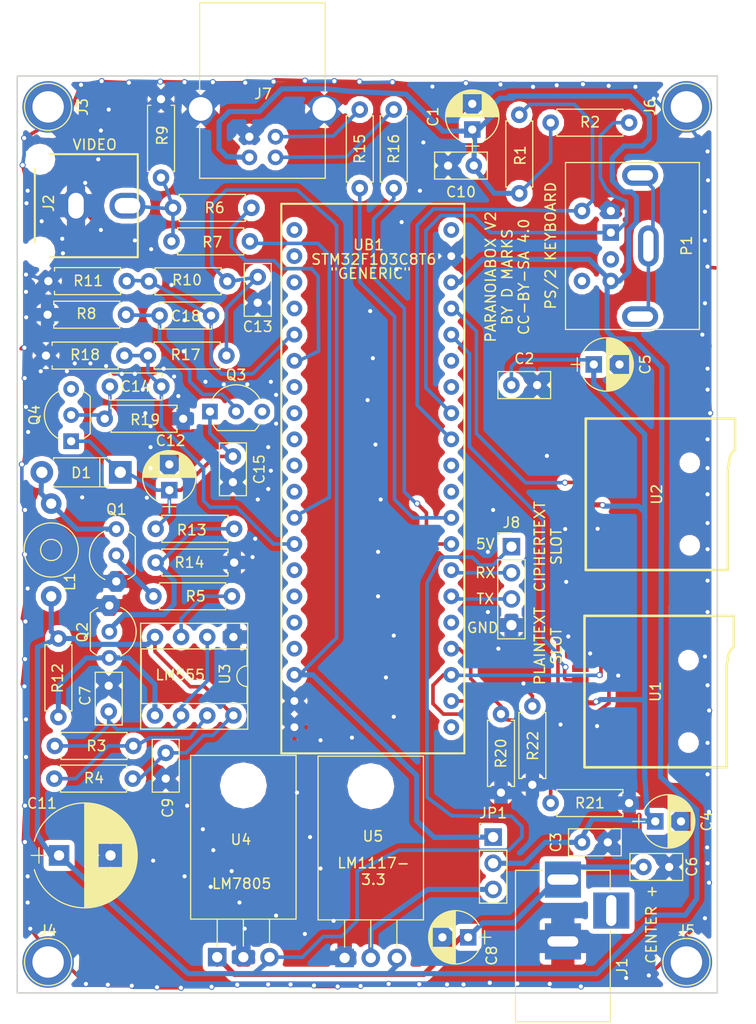
<source format=kicad_pcb>
(kicad_pcb (version 4) (host pcbnew 4.0.7)
  (layers (0 F.Cu signal) (31 B.Cu signal) (34 B.Paste user) (35 F.Paste user) (36 B.SilkS user) (37 F.SilkS user) (38 B.Mask user) (39 F.Mask user) (44 Edge.Cuts user))
  (net 0 "")
  (net 1 +5V)
  (net 2 GND)
  (net 3 +3V3)
  (net 4 "Net-(C6-Pad1)")
  (net 5 "Net-(C7-Pad1)")
  (net 6 "Net-(C12-Pad1)")
  (net 7 "Net-(C14-Pad1)")
  (net 8 "Net-(C18-Pad1)")
  (net 9 "Net-(C18-Pad2)")
  (net 10 "Net-(JP1-Pad3)")
  (net 11 "Net-(P1-Pad7)")
  (net 12 PS2DATA)
  (net 13 PS2CLK)
  (net 14 "Net-(Q1-Pad2)")
  (net 15 "Net-(R5-Pad1)")
  (net 16 "Net-(R6-Pad1)")
  (net 17 "Net-(J2-Pad2)")
  (net 18 "Net-(R7-Pad1)")
  (net 19 MISOCARD)
  (net 20 SCKCARD)
  (net 21 MOSICARD)
  (net 22 CARDSEL1)
  (net 23 CARDSEL2)
  (net 24 "Net-(R3-Pad1)")
  (net 25 "Net-(C2-Pad1)")
  (net 26 "Net-(D1-Pad2)")
  (net 27 "Net-(Q2-Pad2)")
  (net 28 "Net-(Q2-Pad3)")
  (net 29 "Net-(J7-Pad2)")
  (net 30 "Net-(J7-Pad3)")
  (net 31 "Net-(R15-Pad2)")
  (net 32 "Net-(R16-Pad2)")
  (net 33 "Net-(C14-Pad2)")
  (net 34 RX1)
  (net 35 TX1)
  (net 36 "Net-(J1-Pad3)")
  (net 37 "Net-(P1-Pad2)")
  (net 38 "Net-(P1-Pad6)")
  (net 39 "Net-(Q3-Pad3)")
  (net 40 "Net-(Q4-Pad3)")
  (net 41 "Net-(U1-Pad9)")
  (net 42 "Net-(U2-Pad9)")
  (net 43 "Net-(UB1-Pad1)")
  (net 44 "Net-(UB1-Pad2)")
  (net 45 "Net-(UB1-Pad3)")
  (net 46 "Net-(UB1-Pad4)")
  (net 47 "Net-(UB1-Pad12)")
  (net 48 "Net-(UB1-Pad13)")
  (net 49 "Net-(UB1-Pad14)")
  (net 50 "Net-(UB1-Pad15)")
  (net 51 "Net-(UB1-Pad16)")
  (net 52 "Net-(UB1-Pad19)")
  (net 53 "Net-(UB1-Pad21)")
  (net 54 "Net-(UB1-Pad22)")
  (net 55 "Net-(UB1-Pad7)")
  (net 56 "Net-(UB1-Pad73)")
  (net 57 "Net-(UB1-Pad43)")
  (net 58 "Net-(UB1-Pad42)")
  (net 59 "Net-(UB1-Pad39)")
  (net 60 "Net-(UB1-Pad38)")
  (net 61 "Net-(UB1-Pad29)")
  (net 62 "Net-(UB1-Pad25)")
  (module TO_SOT_Packages_THT:TO-92_Inline_Wide (layer F.Cu) (at 120.62 110.06 90)
    (fp_text reference Q1 (at 6.988 0.014 360) (layer F.SilkS))
    (fp_text value 2N2222)
    (pad 2 thru_hole circle (at 2.54 0 180) (size 1.52 1.52) (drill 0.8) (layers *.Cu *.Mask) (net 14 "Net-(Q1-Pad2)"))
    (pad 3 thru_hole circle (at 5.08 0 180) (size 1.52 1.52) (drill 0.8) (layers *.Cu *.Mask) (net 26 "Net-(D1-Pad2)"))
    (pad 1 thru_hole rect (at 0 0 180) (size 1.52 1.52) (drill 0.8) (layers *.Cu *.Mask) (net 2 GND))
  )
  (module ParanoiaBox:BLUEPILL (layer F.Cu) (at 145.542 97.536)
    (fp_text reference UB1 (at -0.4064 -20.1422 180) (layer F.SilkS))
    (fp_text value BLUEPILL)
    (fp_text user "\"GENERIC\"" (at -0.2159 -17.3609 180) (layer F.SilkS))
    (fp_text user STM32F103C8T6 (at 0.0889 -18.7325 180) (layer F.SilkS))
    (pad 1 thru_hole circle (at -7.62 -21.59) (size 1.524 1.524) (drill 0.762) (layers *.Cu *.Mask) (net 43 "Net-(UB1-Pad1)"))
    (pad 2 thru_hole circle (at -7.62 -19.05) (size 1.524 1.524) (drill 0.762) (layers *.Cu *.Mask) (net 44 "Net-(UB1-Pad2)"))
    (pad 3 thru_hole circle (at -7.62 -16.51) (size 1.524 1.524) (drill 0.762) (layers *.Cu *.Mask) (net 45 "Net-(UB1-Pad3)"))
    (pad 4 thru_hole circle (at -7.62 -13.97) (size 1.524 1.524) (drill 0.762) (layers *.Cu *.Mask) (net 46 "Net-(UB1-Pad4)"))
    (pad 10 thru_hole circle (at -7.62 -11.43) (size 1.524 1.524) (drill 0.762) (layers *.Cu *.Mask) (net 8 "Net-(C18-Pad1)"))
    (pad 11 thru_hole circle (at -7.62 -8.89) (size 1.524 1.524) (drill 0.762) (layers *.Cu *.Mask) (net 16 "Net-(R6-Pad1)"))
    (pad 12 thru_hole circle (at -7.62 -6.35) (size 1.524 1.524) (drill 0.762) (layers *.Cu *.Mask) (net 47 "Net-(UB1-Pad12)"))
    (pad 13 thru_hole circle (at -7.62 -3.81) (size 1.524 1.524) (drill 0.762) (layers *.Cu *.Mask) (net 48 "Net-(UB1-Pad13)"))
    (pad 14 thru_hole circle (at -7.62 -1.27) (size 1.524 1.524) (drill 0.762) (layers *.Cu *.Mask) (net 49 "Net-(UB1-Pad14)"))
    (pad 15 thru_hole circle (at -7.62 1.27) (size 1.524 1.524) (drill 0.762) (layers *.Cu *.Mask) (net 50 "Net-(UB1-Pad15)"))
    (pad 16 thru_hole circle (at -7.62 3.81) (size 1.524 1.524) (drill 0.762) (layers *.Cu *.Mask) (net 51 "Net-(UB1-Pad16)"))
    (pad 17 thru_hole circle (at -7.62 6.35) (size 1.524 1.524) (drill 0.762) (layers *.Cu *.Mask) (net 18 "Net-(R7-Pad1)"))
    (pad 18 thru_hole circle (at -7.62 8.89) (size 1.524 1.524) (drill 0.762) (layers *.Cu *.Mask) (net 33 "Net-(C14-Pad2)"))
    (pad 19 thru_hole circle (at -7.62 11.43) (size 1.524 1.524) (drill 0.762) (layers *.Cu *.Mask) (net 52 "Net-(UB1-Pad19)"))
    (pad 21 thru_hole circle (at -7.62 13.97) (size 1.524 1.524) (drill 0.762) (layers *.Cu *.Mask) (net 53 "Net-(UB1-Pad21)"))
    (pad 22 thru_hole circle (at -7.62 16.51) (size 1.524 1.524) (drill 0.762) (layers *.Cu *.Mask) (net 54 "Net-(UB1-Pad22)"))
    (pad 7 thru_hole circle (at -7.62 19.05) (size 1.524 1.524) (drill 0.762) (layers *.Cu *.Mask) (net 55 "Net-(UB1-Pad7)"))
    (pad 70 thru_hole circle (at -7.62 21.59) (size 1.524 1.524) (drill 0.762) (layers *.Cu *.Mask) (net 3 +3V3))
    (pad 71 thru_hole circle (at -7.62 24.13) (size 1.524 1.524) (drill 0.762) (layers *.Cu *.Mask) (net 2 GND))
    (pad 72 thru_hole circle (at -7.62 26.67) (size 1.524 1.524) (drill 0.762) (layers *.Cu *.Mask) (net 2 GND))
    (pad 73 thru_hole circle (at 7.62 -21.59) (size 1.524 1.524) (drill 0.762) (layers *.Cu *.Mask) (net 56 "Net-(UB1-Pad73)"))
    (pad 74 thru_hole circle (at 7.62 -19.05) (size 1.524 1.524) (drill 0.762) (layers *.Cu *.Mask) (net 2 GND))
    (pad 75 thru_hole circle (at 7.62 -16.51) (size 1.524 1.524) (drill 0.762) (layers *.Cu *.Mask) (net 1 +5V))
    (pad 46 thru_hole circle (at 7.62 -13.97) (size 1.524 1.524) (drill 0.762) (layers *.Cu *.Mask) (net 23 CARDSEL2))
    (pad 45 thru_hole circle (at 7.62 -11.43) (size 1.524 1.524) (drill 0.762) (layers *.Cu *.Mask) (net 22 CARDSEL1))
    (pad 43 thru_hole circle (at 7.62 -8.89) (size 1.524 1.524) (drill 0.762) (layers *.Cu *.Mask) (net 57 "Net-(UB1-Pad43)"))
    (pad 42 thru_hole circle (at 7.62 -6.35) (size 1.524 1.524) (drill 0.762) (layers *.Cu *.Mask) (net 58 "Net-(UB1-Pad42)"))
    (pad 41 thru_hole circle (at 7.62 -3.81) (size 1.524 1.524) (drill 0.762) (layers *.Cu *.Mask) (net 12 PS2DATA))
    (pad 40 thru_hole circle (at 7.62 -1.27) (size 1.524 1.524) (drill 0.762) (layers *.Cu *.Mask) (net 13 PS2CLK))
    (pad 39 thru_hole circle (at 7.62 1.27) (size 1.524 1.524) (drill 0.762) (layers *.Cu *.Mask) (net 59 "Net-(UB1-Pad39)"))
    (pad 38 thru_hole circle (at 7.62 3.81) (size 1.524 1.524) (drill 0.762) (layers *.Cu *.Mask) (net 60 "Net-(UB1-Pad38)"))
    (pad 33 thru_hole circle (at 7.62 6.35) (size 1.524 1.524) (drill 0.762) (layers *.Cu *.Mask) (net 31 "Net-(R15-Pad2)"))
    (pad 32 thru_hole circle (at 7.62 8.89) (size 1.524 1.524) (drill 0.762) (layers *.Cu *.Mask) (net 32 "Net-(R16-Pad2)"))
    (pad 31 thru_hole circle (at 7.62 11.43) (size 1.524 1.524) (drill 0.762) (layers *.Cu *.Mask) (net 34 RX1))
    (pad 30 thru_hole circle (at 7.62 13.97) (size 1.524 1.524) (drill 0.762) (layers *.Cu *.Mask) (net 35 TX1))
    (pad 29 thru_hole circle (at 7.62 16.51) (size 1.524 1.524) (drill 0.762) (layers *.Cu *.Mask) (net 61 "Net-(UB1-Pad29)"))
    (pad 28 thru_hole circle (at 7.62 19.05) (size 1.524 1.524) (drill 0.762) (layers *.Cu *.Mask) (net 21 MOSICARD))
    (pad 27 thru_hole circle (at 7.62 21.59) (size 1.524 1.524) (drill 0.762) (layers *.Cu *.Mask) (net 19 MISOCARD))
    (pad 26 thru_hole circle (at 7.62 24.13) (size 1.524 1.524) (drill 0.762) (layers *.Cu *.Mask) (net 20 SCKCARD))
    (pad 25 thru_hole circle (at 7.62 26.67) (size 1.524 1.524) (drill 0.762) (layers *.Cu *.Mask) (net 62 "Net-(UB1-Pad25)"))
  )
  (module ParanoiaBox:RCAConnectorCommon (layer F.Cu) (at 117.71 73.59 90)
    (fp_text reference J2 (at 0.24 -3.654 90) (layer F.SilkS))
    (fp_text value RCAJack)
    (pad "" np_thru_hole oval (at -4.5 -4.5 90) (size 2 2) (drill oval 2) (layers *.Cu *.Mask))
    (pad "" np_thru_hole oval (at 4.5 -4.5 90) (size 2 2) (drill oval 2) (layers *.Cu *.Mask))
    (pad 1 thru_hole oval (at 0 -1 90) (size 3.5 2.5) (drill oval 2.5 1.5) (layers *.Cu *.Mask) (net 2 GND))
    (pad 2 thru_hole oval (at 0 4 90) (size 2.5 3.5) (drill oval 1.5 2.5) (layers *.Cu *.Mask) (net 17 "Net-(J2-Pad2)"))
  )
  (module Capacitors_THT:CP_Radial_D5.0mm_P2.50mm (layer F.Cu) (at 155.2 66.2 90)
    (fp_text reference C1 (at 1.25 -3.81 90) (layer F.SilkS))
    (fp_text value "10 uF")
    (pad 1 thru_hole rect (at 0 0 90) (size 1.6 1.6) (drill 0.8) (layers *.Cu *.Mask) (net 1 +5V))
    (pad 2 thru_hole circle (at 2.5 0 90) (size 1.6 1.6) (drill 0.8) (layers *.Cu *.Mask) (net 2 GND))
  )
  (module Capacitors_THT:C_Disc_D5.0mm_W2.5mm_P2.50mm (layer F.Cu) (at 125.425 126.7 270)
    (fp_text reference C9 (at 5.34 -0.195 270) (layer F.SilkS))
    (fp_text value "100 nF")
    (pad 1 thru_hole circle (at 0 0 270) (size 1.6 1.6) (drill 0.8) (layers *.Cu *.Mask) (net 1 +5V))
    (pad 2 thru_hole circle (at 2.5 0 270) (size 1.6 1.6) (drill 0.8) (layers *.Cu *.Mask) (net 2 GND))
  )
  (module Resistors_THT:R_Axial_DIN0207_L6.3mm_D2.5mm_P7.62mm_Horizontal (layer F.Cu) (at 122.275 126.025 180)
    (fp_text reference R3 (at 3.575 0 180) (layer F.SilkS))
    (fp_text value 10k)
    (pad 1 thru_hole circle (at 0 0 180) (size 1.6 1.6) (drill 0.8) (layers *.Cu *.Mask) (net 24 "Net-(R3-Pad1)"))
    (pad 2 thru_hole oval (at 7.62 0 180) (size 1.6 1.6) (drill 0.8) (layers *.Cu *.Mask) (net 5 "Net-(C7-Pad1)"))
  )
  (module Capacitors_THT:C_Disc_D5.0mm_W2.5mm_P2.50mm (layer F.Cu) (at 159 91)
    (fp_text reference C2 (at 1.25 -2.56) (layer F.SilkS))
    (fp_text value "100 nF")
    (pad 1 thru_hole circle (at 0 0) (size 1.6 1.6) (drill 0.8) (layers *.Cu *.Mask) (net 25 "Net-(C2-Pad1)"))
    (pad 2 thru_hole circle (at 2.5 0) (size 1.6 1.6) (drill 0.8) (layers *.Cu *.Mask) (net 2 GND))
  )
  (module Capacitors_THT:C_Disc_D5.0mm_W2.5mm_P2.50mm (layer F.Cu) (at 165.862 135.382)
    (fp_text reference C3 (at -2.54 0 90) (layer F.SilkS))
    (fp_text value "100 nF")
    (pad 1 thru_hole circle (at 0 0) (size 1.6 1.6) (drill 0.8) (layers *.Cu *.Mask) (net 25 "Net-(C2-Pad1)"))
    (pad 2 thru_hole circle (at 2.5 0) (size 1.6 1.6) (drill 0.8) (layers *.Cu *.Mask) (net 2 GND))
  )
  (module Capacitors_THT:CP_Radial_D5.0mm_P2.50mm (layer F.Cu) (at 172.974 133.35)
    (fp_text reference C4 (at 5 0 90) (layer F.SilkS))
    (fp_text value "10 uF")
    (pad 1 thru_hole rect (at 0 0) (size 1.6 1.6) (drill 0.8) (layers *.Cu *.Mask) (net 25 "Net-(C2-Pad1)"))
    (pad 2 thru_hole circle (at 2.5 0) (size 1.6 1.6) (drill 0.8) (layers *.Cu *.Mask) (net 2 GND))
  )
  (module Capacitors_THT:CP_Radial_D5.0mm_P2.50mm (layer F.Cu) (at 167 89)
    (fp_text reference C5 (at 5 0 90) (layer F.SilkS))
    (fp_text value "10 uF")
    (pad 1 thru_hole rect (at 0 0) (size 1.6 1.6) (drill 0.8) (layers *.Cu *.Mask) (net 25 "Net-(C2-Pad1)"))
    (pad 2 thru_hole circle (at 2.5 0) (size 1.6 1.6) (drill 0.8) (layers *.Cu *.Mask) (net 2 GND))
  )
  (module Capacitors_THT:C_Disc_D5.0mm_W2.5mm_P2.50mm (layer F.Cu) (at 119.888 122.682 90)
    (fp_text reference C7 (at 1.524 -2.286 90) (layer F.SilkS))
    (fp_text value "100 pF")
    (pad 1 thru_hole circle (at 0 0 90) (size 1.6 1.6) (drill 0.8) (layers *.Cu *.Mask) (net 5 "Net-(C7-Pad1)"))
    (pad 2 thru_hole circle (at 2.5 0 90) (size 1.6 1.6) (drill 0.8) (layers *.Cu *.Mask) (net 2 GND))
  )
  (module Capacitors_THT:CP_Radial_D5.0mm_P2.50mm (layer F.Cu) (at 154.8 144.6 180)
    (fp_text reference C8 (at -2.286 -1.778 270) (layer F.SilkS))
    (fp_text value "10 uF")
    (pad 1 thru_hole rect (at 0 0 180) (size 1.6 1.6) (drill 0.8) (layers *.Cu *.Mask) (net 4 "Net-(C6-Pad1)"))
    (pad 2 thru_hole circle (at 2.5 0 180) (size 1.6 1.6) (drill 0.8) (layers *.Cu *.Mask) (net 2 GND))
  )
  (module Capacitors_THT:CP_Radial_D10.0mm_P5.00mm (layer F.Cu) (at 115.062 136.652)
    (fp_text reference C11 (at -1.662 -5.052) (layer F.SilkS))
    (fp_text value "100 uF")
    (pad 1 thru_hole rect (at 0 0) (size 2 2) (drill 1) (layers *.Cu *.Mask) (net 1 +5V))
    (pad 2 thru_hole circle (at 5 0) (size 2 2) (drill 1) (layers *.Cu *.Mask) (net 2 GND))
  )
  (module Capacitors_THT:CP_Radial_D5.0mm_P2.50mm (layer F.Cu) (at 125.775 101.2 90)
    (fp_text reference C12 (at 4.8 0.125 360) (layer F.SilkS))
    (fp_text value "10 uF")
    (pad 1 thru_hole rect (at 0 0 90) (size 1.6 1.6) (drill 0.8) (layers *.Cu *.Mask) (net 6 "Net-(C12-Pad1)"))
    (pad 2 thru_hole circle (at 2.5 0 90) (size 1.6 1.6) (drill 0.8) (layers *.Cu *.Mask) (net 2 GND))
  )
  (module Capacitors_THT:C_Disc_D5.0mm_W2.5mm_P5.00mm (layer F.Cu) (at 129.83 84.25 180)
    (fp_text reference C18 (at 2.45 -0.05 180) (layer F.SilkS))
    (fp_text value "1 uF")
    (pad 1 thru_hole circle (at 0 0 180) (size 1.6 1.6) (drill 0.8) (layers *.Cu *.Mask) (net 8 "Net-(C18-Pad1)"))
    (pad 2 thru_hole circle (at 5 0 180) (size 1.6 1.6) (drill 0.8) (layers *.Cu *.Mask) (net 9 "Net-(C18-Pad2)"))
  )
  (module Diodes_THT:D_DO-41_SOD81_P7.62mm_Horizontal (layer F.Cu) (at 121.01 99.47 180)
    (fp_text reference D1 (at 3.8 -0.05 180) (layer F.SilkS))
    (fp_text value UF4007)
    (pad 1 thru_hole rect (at 0 0 180) (size 2.2 2.2) (drill 1.1) (layers *.Cu *.Mask) (net 6 "Net-(C12-Pad1)"))
    (pad 2 thru_hole oval (at 7.62 0 180) (size 2.2 2.2) (drill 1.1) (layers *.Cu *.Mask) (net 26 "Net-(D1-Pad2)"))
  )
  (module Connectors:BARREL_JACK (layer F.Cu) (at 164 139 90)
    (fp_text reference J1 (at -8.45 5.75 270) (layer F.SilkS))
    (fp_text value Barrel_Jack)
    (pad 1 thru_hole rect (at 0 0 90) (size 3.5 3.5) (drill oval 1 3) (layers *.Cu *.Mask) (net 4 "Net-(C6-Pad1)"))
    (pad 2 thru_hole rect (at -6 0 90) (size 3.5 3.5) (drill oval 1 3) (layers *.Cu *.Mask) (net 2 GND))
    (pad 3 thru_hole rect (at -3 4.7 90) (size 3.5 3.5) (drill oval 3 1) (layers *.Cu *.Mask) (net 36 "Net-(J1-Pad3)"))
  )
  (module Pin_Headers:Pin_Header_Straight_1x03_Pitch2.54mm (layer F.Cu) (at 157.226 134.874)
    (fp_text reference JP1 (at 0 -2.33) (layer F.SilkS))
    (fp_text value Jumper_NC_Dual)
    (pad 1 thru_hole rect (at 0 0) (size 1.7 1.7) (drill 1) (layers *.Cu *.Mask) (net 3 +3V3))
    (pad 2 thru_hole oval (at 0 2.54) (size 1.7 1.7) (drill 1) (layers *.Cu *.Mask) (net 25 "Net-(C2-Pad1)"))
    (pad 3 thru_hole oval (at 0 5.08) (size 1.7 1.7) (drill 1) (layers *.Cu *.Mask) (net 10 "Net-(JP1-Pad3)"))
  )
  (module ParanoiaBox:Connector_Mini-DIN_Female_6Pin_2rows (layer F.Cu) (at 168.656 76.2 90)
    (fp_text reference P1 (at -1.27 7.366 90) (layer F.SilkS))
    (fp_text value Mini-DIN_6pins_ver4)
    (pad 7 thru_hole oval (at -8.15 2.85 90) (size 2 3.5) (drill oval 1 2.5) (layers *.Cu *.Mask) (net 11 "Net-(P1-Pad7)"))
    (pad 7 thru_hole oval (at 5.55 2.85 90) (size 2 3.5) (drill oval 1 2.5) (layers *.Cu *.Mask) (net 11 "Net-(P1-Pad7)"))
    (pad 1 thru_hole rect (at 0 0 90) (size 1.6 1.6) (drill 0.8) (layers *.Cu *.Mask) (net 12 PS2DATA))
    (pad 2 thru_hole circle (at -2.6 0 90) (size 1.6 1.6) (drill 0.8) (layers *.Cu *.Mask) (net 37 "Net-(P1-Pad2)"))
    (pad 3 thru_hole circle (at 2.1 0 90) (size 1.6 1.6) (drill 0.8) (layers *.Cu *.Mask) (net 2 GND))
    (pad 4 thru_hole circle (at -4.7 0 90) (size 1.6 1.6) (drill 0.8) (layers *.Cu *.Mask) (net 1 +5V))
    (pad 5 thru_hole circle (at 2.1 -2.8 90) (size 1.6 1.6) (drill 0.8) (layers *.Cu *.Mask) (net 13 PS2CLK))
    (pad 6 thru_hole circle (at -4.7 -2.8 90) (size 1.6 1.6) (drill 0.8) (layers *.Cu *.Mask) (net 38 "Net-(P1-Pad6)"))
    (pad 7 thru_hole oval (at -1.3 3.65 90) (size 4 2) (drill oval 3 1) (layers *.Cu *.Mask) (net 11 "Net-(P1-Pad7)"))
  )
  (module Resistors_THT:R_Axial_DIN0207_L6.3mm_D2.5mm_P7.62mm_Horizontal (layer F.Cu) (at 159.766 72.39 90)
    (fp_text reference R1 (at 3.675 0.1 90) (layer F.SilkS))
    (fp_text value 4k7)
    (pad 1 thru_hole circle (at 0 0 90) (size 1.6 1.6) (drill 0.8) (layers *.Cu *.Mask) (net 1 +5V))
    (pad 2 thru_hole oval (at 7.62 0 90) (size 1.6 1.6) (drill 0.8) (layers *.Cu *.Mask) (net 13 PS2CLK))
  )
  (module Resistors_THT:R_Axial_DIN0207_L6.3mm_D2.5mm_P7.62mm_Horizontal (layer F.Cu) (at 162.814 65.532)
    (fp_text reference R2 (at 3.825 -0.05) (layer F.SilkS))
    (fp_text value 4k7)
    (pad 1 thru_hole circle (at 0 0) (size 1.6 1.6) (drill 0.8) (layers *.Cu *.Mask) (net 1 +5V))
    (pad 2 thru_hole oval (at 7.62 0) (size 1.6 1.6) (drill 0.8) (layers *.Cu *.Mask) (net 12 PS2DATA))
  )
  (module Resistors_THT:R_Axial_DIN0207_L6.3mm_D2.5mm_P7.62mm_Horizontal (layer F.Cu) (at 114.6 129.2)
    (fp_text reference R4 (at 3.85 -0.05) (layer F.SilkS))
    (fp_text value 1k)
    (pad 1 thru_hole circle (at 0 0) (size 1.6 1.6) (drill 0.8) (layers *.Cu *.Mask) (net 24 "Net-(R3-Pad1)"))
    (pad 2 thru_hole oval (at 7.62 0) (size 1.6 1.6) (drill 0.8) (layers *.Cu *.Mask) (net 1 +5V))
  )
  (module Resistors_THT:R_Axial_DIN0207_L6.3mm_D2.5mm_P7.62mm_Horizontal (layer F.Cu) (at 131.85 111.5 180)
    (fp_text reference R5 (at 3.525 0 180) (layer F.SilkS))
    (fp_text value 1k)
    (pad 1 thru_hole circle (at 0 0 180) (size 1.6 1.6) (drill 0.8) (layers *.Cu *.Mask) (net 15 "Net-(R5-Pad1)"))
    (pad 2 thru_hole oval (at 7.62 0 180) (size 1.6 1.6) (drill 0.8) (layers *.Cu *.Mask) (net 14 "Net-(Q1-Pad2)"))
  )
  (module Resistors_THT:R_Axial_DIN0207_L6.3mm_D2.5mm_P7.62mm_Horizontal (layer F.Cu) (at 133.75 73.8 180)
    (fp_text reference R6 (at 3.575 0 180) (layer F.SilkS))
    (fp_text value 560R)
    (pad 1 thru_hole circle (at 0 0 180) (size 1.6 1.6) (drill 0.8) (layers *.Cu *.Mask) (net 16 "Net-(R6-Pad1)"))
    (pad 2 thru_hole oval (at 7.62 0 180) (size 1.6 1.6) (drill 0.8) (layers *.Cu *.Mask) (net 17 "Net-(J2-Pad2)"))
  )
  (module Resistors_THT:R_Axial_DIN0207_L6.3mm_D2.5mm_P7.62mm_Horizontal (layer F.Cu) (at 133.6 77.05 180)
    (fp_text reference R7 (at 3.65 -0.075 180) (layer F.SilkS))
    (fp_text value 240R)
    (pad 1 thru_hole circle (at 0 0 180) (size 1.6 1.6) (drill 0.8) (layers *.Cu *.Mask) (net 18 "Net-(R7-Pad1)"))
    (pad 2 thru_hole oval (at 7.62 0 180) (size 1.6 1.6) (drill 0.8) (layers *.Cu *.Mask) (net 17 "Net-(J2-Pad2)"))
  )
  (module Resistors_THT:R_Axial_DIN0207_L6.3mm_D2.5mm_P7.62mm_Horizontal (layer F.Cu) (at 121.57 84.17 180)
    (fp_text reference R8 (at 3.85 0.1 180) (layer F.SilkS))
    (fp_text value 100k)
    (pad 1 thru_hole circle (at 0 0 180) (size 1.6 1.6) (drill 0.8) (layers *.Cu *.Mask) (net 9 "Net-(C18-Pad2)"))
    (pad 2 thru_hole oval (at 7.62 0 180) (size 1.6 1.6) (drill 0.8) (layers *.Cu *.Mask) (net 2 GND))
  )
  (module Resistors_THT:R_Axial_DIN0207_L6.3mm_D2.5mm_P7.62mm_Horizontal (layer F.Cu) (at 123.79 80.93)
    (fp_text reference R10 (at 3.7 -0.125) (layer F.SilkS))
    (fp_text value 1M)
    (pad 1 thru_hole circle (at 0 0) (size 1.6 1.6) (drill 0.8) (layers *.Cu *.Mask) (net 8 "Net-(C18-Pad1)"))
    (pad 2 thru_hole oval (at 7.62 0) (size 1.6 1.6) (drill 0.8) (layers *.Cu *.Mask) (net 3 +3V3))
  )
  (module Resistors_THT:R_Axial_DIN0207_L6.3mm_D2.5mm_P7.62mm_Horizontal (layer F.Cu) (at 114.02 80.91)
    (fp_text reference R11 (at 3.875 -0.025) (layer F.SilkS))
    (fp_text value 1M)
    (pad 1 thru_hole circle (at 0 0) (size 1.6 1.6) (drill 0.8) (layers *.Cu *.Mask) (net 2 GND))
    (pad 2 thru_hole oval (at 7.62 0) (size 1.6 1.6) (drill 0.8) (layers *.Cu *.Mask) (net 8 "Net-(C18-Pad1)"))
  )
  (module ParanoiaBox:GCT-MEM2055-00-190-01-A (layer F.Cu) (at 164.9 120.75 270)
    (fp_text reference U1 (at 0 -8.1 270) (layer F.SilkS))
    (fp_text value MicroSD_SPI_CD)
    (pad 8 smd rect (at 5.45 -0.8 270) (size 0.7 1.6) (layers F.Cu F.Paste F.Mask))
    (pad 7 smd rect (at 4.35 -0.8 270) (size 0.7 1.6) (layers F.Cu F.Paste F.Mask) (net 19 MISOCARD))
    (pad 6 smd rect (at 3.25 -0.8 270) (size 0.7 1.6) (layers F.Cu F.Paste F.Mask) (net 2 GND))
    (pad 5 smd rect (at 2.15 -0.8 270) (size 0.7 1.6) (layers F.Cu F.Paste F.Mask) (net 20 SCKCARD))
    (pad 4 smd rect (at 1.05 -0.8 270) (size 0.7 1.6) (layers F.Cu F.Paste F.Mask) (net 25 "Net-(C2-Pad1)"))
    (pad 3 smd rect (at -0.05 -0.8 270) (size 0.7 1.6) (layers F.Cu F.Paste F.Mask) (net 21 MOSICARD))
    (pad 2 smd rect (at -1.15 -0.8 270) (size 0.7 1.6) (layers F.Cu F.Paste F.Mask) (net 22 CARDSEL1))
    (pad 1 smd rect (at -2.25 -0.8 270) (size 0.7 1.6) (layers F.Cu F.Paste F.Mask))
    (pad 10 smd rect (at 7.75 -1.4 270) (size 1.2 1.4) (layers F.Cu F.Paste F.Mask))
    (pad "" smd rect (at -6.85 -1.4 270) (size 1.6 1.4) (layers F.Cu F.Paste F.Mask))
    (pad ~ smd rect (at -7.75 -11 90) (size 1.2 2.2) (layers F.Cu F.Paste F.Mask))
    (pad "" smd rect (at 7.75 -10.9 90) (size 1.2 2.2) (layers F.Cu F.Paste F.Mask))
    (pad 9 smd rect (at 6.55 -0.8 270) (size 0.7 1.6) (layers F.Cu F.Paste F.Mask) (net 41 "Net-(U1-Pad9)"))
    (pad "" np_thru_hole circle (at 4.95 -11.3 90) (size 1 1) (drill 1) (layers *.Cu *.Mask F.SilkS))
    (pad "" np_thru_hole circle (at -3.05 -11.3 90) (size 1 1) (drill 1) (layers *.Cu *.Mask F.SilkS))
  )
  (module ParanoiaBox:GCT-MEM2055-00-190-01-A (layer F.Cu) (at 165.025 101.6 270)
    (fp_text reference U2 (at 0 -8.1 270) (layer F.SilkS))
    (fp_text value MicroSD_SPI_CD)
    (pad 8 smd rect (at 5.45 -0.8 270) (size 0.7 1.6) (layers F.Cu F.Paste F.Mask))
    (pad 7 smd rect (at 4.35 -0.8 270) (size 0.7 1.6) (layers F.Cu F.Paste F.Mask) (net 19 MISOCARD))
    (pad 6 smd rect (at 3.25 -0.8 270) (size 0.7 1.6) (layers F.Cu F.Paste F.Mask) (net 2 GND))
    (pad 5 smd rect (at 2.15 -0.8 270) (size 0.7 1.6) (layers F.Cu F.Paste F.Mask) (net 20 SCKCARD))
    (pad 4 smd rect (at 1.05 -0.8 270) (size 0.7 1.6) (layers F.Cu F.Paste F.Mask) (net 25 "Net-(C2-Pad1)"))
    (pad 3 smd rect (at -0.05 -0.8 270) (size 0.7 1.6) (layers F.Cu F.Paste F.Mask) (net 21 MOSICARD))
    (pad 2 smd rect (at -1.15 -0.8 270) (size 0.7 1.6) (layers F.Cu F.Paste F.Mask) (net 23 CARDSEL2))
    (pad 1 smd rect (at -2.25 -0.8 270) (size 0.7 1.6) (layers F.Cu F.Paste F.Mask))
    (pad 10 smd rect (at 7.75 -1.4 270) (size 1.2 1.4) (layers F.Cu F.Paste F.Mask))
    (pad "" smd rect (at -6.85 -1.4 270) (size 1.6 1.4) (layers F.Cu F.Paste F.Mask))
    (pad ~ smd rect (at -7.75 -11 90) (size 1.2 2.2) (layers F.Cu F.Paste F.Mask))
    (pad "" smd rect (at 7.75 -10.9 90) (size 1.2 2.2) (layers F.Cu F.Paste F.Mask))
    (pad 9 smd rect (at 6.55 -0.8 270) (size 0.7 1.6) (layers F.Cu F.Paste F.Mask) (net 42 "Net-(U2-Pad9)"))
    (pad "" np_thru_hole circle (at 4.95 -11.3 90) (size 1 1) (drill 1) (layers *.Cu *.Mask F.SilkS))
    (pad "" np_thru_hole circle (at -3.05 -11.3 90) (size 1 1) (drill 1) (layers *.Cu *.Mask F.SilkS))
  )
  (module Housings_DIP:DIP-8_W7.62mm_Socket (layer F.Cu) (at 132 115.45 270)
    (fp_text reference U3 (at 3.59 0.83 270) (layer F.SilkS))
    (fp_text value NE555)
    (pad 1 thru_hole rect (at 0 0 270) (size 1.6 1.6) (drill 0.8) (layers *.Cu *.Mask) (net 2 GND))
    (pad 5 thru_hole oval (at 7.62 7.62 270) (size 1.6 1.6) (drill 0.8) (layers *.Cu *.Mask) (net 28 "Net-(Q2-Pad3)"))
    (pad 2 thru_hole oval (at 0 2.54 270) (size 1.6 1.6) (drill 0.8) (layers *.Cu *.Mask) (net 5 "Net-(C7-Pad1)"))
    (pad 6 thru_hole oval (at 7.62 5.08 270) (size 1.6 1.6) (drill 0.8) (layers *.Cu *.Mask) (net 5 "Net-(C7-Pad1)"))
    (pad 3 thru_hole oval (at 0 5.08 270) (size 1.6 1.6) (drill 0.8) (layers *.Cu *.Mask) (net 15 "Net-(R5-Pad1)"))
    (pad 7 thru_hole oval (at 7.62 2.54 270) (size 1.6 1.6) (drill 0.8) (layers *.Cu *.Mask) (net 24 "Net-(R3-Pad1)"))
    (pad 4 thru_hole oval (at 0 7.62 270) (size 1.6 1.6) (drill 0.8) (layers *.Cu *.Mask) (net 1 +5V))
    (pad 8 thru_hole oval (at 7.62 0 270) (size 1.6 1.6) (drill 0.8) (layers *.Cu *.Mask) (net 1 +5V))
  )
  (module Connectors:1pin (layer F.Cu) (at 114 64)
    (fp_text reference J3 (at 3.348 0.008 90) (layer F.SilkS))
    (fp_text value Conn_01x01)
    (pad 1 thru_hole circle (at 0 0) (size 5 5) (drill 3.048) (layers *.Cu *.Mask) (net 2 GND))
  )
  (module Connectors:1pin (layer F.Cu) (at 114 147)
    (fp_text reference J4 (at 0 -3.048) (layer F.SilkS))
    (fp_text value Conn_01x01)
    (pad 1 thru_hole circle (at 0 0) (size 5 5) (drill 3.048) (layers *.Cu *.Mask) (net 2 GND))
  )
  (module Connectors:1pin (layer F.Cu) (at 176 147)
    (fp_text reference J5 (at 0 -3.048) (layer F.SilkS))
    (fp_text value Conn_01x01)
    (pad 1 thru_hole circle (at 0 0) (size 5 5) (drill 3.048) (layers *.Cu *.Mask) (net 2 GND))
  )
  (module Connectors:1pin (layer F.Cu) (at 176 64)
    (fp_text reference J6 (at -3.534 0.024 90) (layer F.SilkS))
    (fp_text value Conn_01x01)
    (pad 1 thru_hole circle (at 0 0) (size 5 5) (drill 3.048) (layers *.Cu *.Mask) (net 2 GND))
  )
  (module Inductors_THT:L_Toroid_Horizontal_D5.1mm_P9.00mm_Diameter6-5mm_Amidon-T20 (layer F.Cu) (at 114.3 111.506 90)
    (fp_text reference L1 (at 1.401 1.811 90) (layer F.SilkS))
    (fp_text value "100 uH")
    (pad 1 thru_hole circle (at 0 0 90) (size 2 2) (drill 1) (layers *.Cu *.Mask) (net 1 +5V))
    (pad 2 thru_hole circle (at 9 0 90) (size 2 2) (drill 1) (layers *.Cu *.Mask) (net 26 "Net-(D1-Pad2)"))
  )
  (module Resistors_THT:R_Axial_DIN0207_L6.3mm_D2.5mm_P7.62mm_Horizontal (layer F.Cu) (at 115 115.6 270)
    (fp_text reference R12 (at 3.85 0.075 270) (layer F.SilkS))
    (fp_text value 100k)
    (pad 1 thru_hole circle (at 0 0 270) (size 1.6 1.6) (drill 0.8) (layers *.Cu *.Mask) (net 1 +5V))
    (pad 2 thru_hole oval (at 7.62 0 270) (size 1.6 1.6) (drill 0.8) (layers *.Cu *.Mask) (net 28 "Net-(Q2-Pad3)"))
  )
  (module Resistors_THT:R_Axial_DIN0207_L6.3mm_D2.5mm_P7.62mm_Horizontal (layer F.Cu) (at 124.45 104.95)
    (fp_text reference R13 (at 3.5 0.125) (layer F.SilkS))
    (fp_text value 22k)
    (pad 1 thru_hole circle (at 0 0) (size 1.6 1.6) (drill 0.8) (layers *.Cu *.Mask) (net 6 "Net-(C12-Pad1)"))
    (pad 2 thru_hole oval (at 7.62 0) (size 1.6 1.6) (drill 0.8) (layers *.Cu *.Mask) (net 27 "Net-(Q2-Pad2)"))
  )
  (module Resistors_THT:R_Axial_DIN0207_L6.3mm_D2.5mm_P7.62mm_Horizontal (layer F.Cu) (at 124.45 108.225)
    (fp_text reference R14 (at 3.275 0) (layer F.SilkS))
    (fp_text value 1k)
    (pad 1 thru_hole circle (at 0 0) (size 1.6 1.6) (drill 0.8) (layers *.Cu *.Mask) (net 27 "Net-(Q2-Pad2)"))
    (pad 2 thru_hole oval (at 7.62 0) (size 1.6 1.6) (drill 0.8) (layers *.Cu *.Mask) (net 2 GND))
  )
  (module TO_SOT_Packages_THT:TO-220-3_Horizontal (layer F.Cu) (at 130.425 146.525)
    (fp_text reference U4 (at 2.3 -11.4) (layer F.SilkS))
    (fp_text value LM7805CT)
    (pad 0 np_thru_hole oval (at 2.54 -16.66) (size 3.5 3.5) (drill 3.5) (layers *.Cu *.Mask))
    (pad 1 thru_hole rect (at 0 0) (size 1.8 1.8) (drill 1) (layers *.Cu *.Mask) (net 4 "Net-(C6-Pad1)"))
    (pad 2 thru_hole oval (at 2.54 0) (size 1.8 1.8) (drill 1) (layers *.Cu *.Mask) (net 2 GND))
    (pad 3 thru_hole oval (at 5.08 0) (size 1.8 1.8) (drill 1) (layers *.Cu *.Mask) (net 1 +5V))
  )
  (module TO_SOT_Packages_THT:TO-220-3_Horizontal (layer F.Cu) (at 142.8 146.6)
    (fp_text reference U5 (at 2.75 -11.8) (layer F.SilkS))
    (fp_text value LM1117-3.3)
    (pad 0 np_thru_hole oval (at 2.54 -16.66) (size 3.5 3.5) (drill 3.5) (layers *.Cu *.Mask))
    (pad 1 thru_hole rect (at 0 0) (size 1.8 1.8) (drill 1) (layers *.Cu *.Mask) (net 2 GND))
    (pad 2 thru_hole oval (at 2.54 0) (size 1.8 1.8) (drill 1) (layers *.Cu *.Mask) (net 10 "Net-(JP1-Pad3)"))
    (pad 3 thru_hole oval (at 5.08 0) (size 1.8 1.8) (drill 1) (layers *.Cu *.Mask) (net 1 +5V))
  )
  (module Capacitors_THT:C_Disc_D5.0mm_W2.5mm_P2.50mm (layer F.Cu) (at 171.825 137.775)
    (fp_text reference C6 (at 4.7 -0.025 90) (layer F.SilkS))
    (fp_text value "100 nF")
    (pad 1 thru_hole circle (at 0 0) (size 1.6 1.6) (drill 0.8) (layers *.Cu *.Mask) (net 4 "Net-(C6-Pad1)"))
    (pad 2 thru_hole circle (at 2.5 0) (size 1.6 1.6) (drill 0.8) (layers *.Cu *.Mask) (net 2 GND))
  )
  (module Resistors_THT:R_Axial_DIN0207_L6.3mm_D2.5mm_P7.62mm_Horizontal (layer F.Cu) (at 124.968 63.246 270)
    (fp_text reference R9 (at 3.525 -0.125001 270) (layer F.SilkS))
    (fp_text value 82R)
    (pad 1 thru_hole circle (at 0 0 270) (size 1.6 1.6) (drill 0.8) (layers *.Cu *.Mask) (net 2 GND))
    (pad 2 thru_hole oval (at 7.62 0 270) (size 1.6 1.6) (drill 0.8) (layers *.Cu *.Mask) (net 17 "Net-(J2-Pad2)"))
  )
  (module Capacitors_THT:C_Disc_D5.0mm_W2.5mm_P2.50mm (layer F.Cu) (at 155.35 69.7 180)
    (fp_text reference C10 (at 1.25 -2.56 180) (layer F.SilkS))
    (fp_text value "100 nF")
    (pad 1 thru_hole circle (at 0 0 180) (size 1.6 1.6) (drill 0.8) (layers *.Cu *.Mask) (net 1 +5V))
    (pad 2 thru_hole circle (at 2.5 0 180) (size 1.6 1.6) (drill 0.8) (layers *.Cu *.Mask) (net 2 GND))
  )
  (module Connectors:USB_B (layer F.Cu) (at 133.55 68.9 90)
    (fp_text reference J7 (at 6.162 1.324 180) (layer F.SilkS))
    (fp_text value USB_B)
    (pad 2 thru_hole circle (at 0 2.54) (size 1.52 1.52) (drill 0.81) (layers *.Cu *.Mask) (net 29 "Net-(J7-Pad2)"))
    (pad 1 thru_hole circle (at 0 0) (size 1.52 1.52) (drill 0.81) (layers *.Cu *.Mask) (net 1 +5V))
    (pad 4 thru_hole circle (at 2 0) (size 1.52 1.52) (drill 0.81) (layers *.Cu *.Mask) (net 2 GND))
    (pad 3 thru_hole circle (at 2 2.54) (size 1.52 1.52) (drill 0.81) (layers *.Cu *.Mask) (net 30 "Net-(J7-Pad3)"))
    (pad 5 thru_hole circle (at 4.7 7.27) (size 2.7 2.7) (drill 2.3) (layers *.Cu *.Mask) (net 2 GND))
    (pad 5 thru_hole circle (at 4.7 -4.73) (size 2.7 2.7) (drill 2.3) (layers *.Cu *.Mask) (net 2 GND))
  )
  (module Resistors_THT:R_Axial_DIN0207_L6.3mm_D2.5mm_P7.62mm_Horizontal (layer F.Cu) (at 144.272 64.262 270)
    (fp_text reference R15 (at 3.81 0 270) (layer F.SilkS))
    (fp_text value 22R)
    (pad 1 thru_hole circle (at 0 0 270) (size 1.6 1.6) (drill 0.8) (layers *.Cu *.Mask) (net 30 "Net-(J7-Pad3)"))
    (pad 2 thru_hole oval (at 7.62 0 270) (size 1.6 1.6) (drill 0.8) (layers *.Cu *.Mask) (net 31 "Net-(R15-Pad2)"))
  )
  (module Resistors_THT:R_Axial_DIN0207_L6.3mm_D2.5mm_P7.62mm_Horizontal (layer F.Cu) (at 147.574 64.262 270)
    (fp_text reference R16 (at 3.81 0 270) (layer F.SilkS))
    (fp_text value 22R)
    (pad 1 thru_hole circle (at 0 0 270) (size 1.6 1.6) (drill 0.8) (layers *.Cu *.Mask) (net 29 "Net-(J7-Pad2)"))
    (pad 2 thru_hole oval (at 7.62 0 270) (size 1.6 1.6) (drill 0.8) (layers *.Cu *.Mask) (net 32 "Net-(R16-Pad2)"))
  )
  (module Capacitors_THT:C_Disc_D5.0mm_W2.5mm_P2.50mm (layer F.Cu) (at 134.36 80.51 270)
    (fp_text reference C13 (at 4.826 0 360) (layer F.SilkS))
    (fp_text value "100 nF")
    (pad 1 thru_hole circle (at 0 0 270) (size 1.6 1.6) (drill 0.8) (layers *.Cu *.Mask) (net 3 +3V3))
    (pad 2 thru_hole circle (at 2.5 0 270) (size 1.6 1.6) (drill 0.8) (layers *.Cu *.Mask) (net 2 GND))
  )
  (module Capacitors_THT:C_Disc_D5.0mm_W2.5mm_P5.00mm (layer F.Cu) (at 120 91.14)
    (fp_text reference C14 (at 2.5 0) (layer F.SilkS))
    (fp_text value "1 uF")
    (pad 1 thru_hole circle (at 0 0) (size 1.6 1.6) (drill 0.8) (layers *.Cu *.Mask) (net 7 "Net-(C14-Pad1)"))
    (pad 2 thru_hole circle (at 5 0) (size 1.6 1.6) (drill 0.8) (layers *.Cu *.Mask) (net 33 "Net-(C14-Pad2)"))
  )
  (module Resistors_THT:R_Axial_DIN0207_L6.3mm_D2.5mm_P7.62mm_Horizontal (layer F.Cu) (at 123.698 88.138)
    (fp_text reference R17 (at 3.65 -0.075) (layer F.SilkS))
    (fp_text value 1M)
    (pad 1 thru_hole circle (at 0 0) (size 1.6 1.6) (drill 0.8) (layers *.Cu *.Mask) (net 33 "Net-(C14-Pad2)"))
    (pad 2 thru_hole oval (at 7.62 0) (size 1.6 1.6) (drill 0.8) (layers *.Cu *.Mask) (net 3 +3V3))
  )
  (module Resistors_THT:R_Axial_DIN0207_L6.3mm_D2.5mm_P7.62mm_Horizontal (layer F.Cu) (at 113.792 88.138)
    (fp_text reference R18 (at 3.8 -0.075) (layer F.SilkS))
    (fp_text value 1M)
    (pad 1 thru_hole circle (at 0 0) (size 1.6 1.6) (drill 0.8) (layers *.Cu *.Mask) (net 2 GND))
    (pad 2 thru_hole oval (at 7.62 0) (size 1.6 1.6) (drill 0.8) (layers *.Cu *.Mask) (net 33 "Net-(C14-Pad2)"))
  )
  (module Resistors_THT:R_Axial_DIN0207_L6.3mm_D2.5mm_P7.62mm_Horizontal (layer F.Cu) (at 119.5 94.27)
    (fp_text reference R19 (at 3.925 0.1) (layer F.SilkS))
    (fp_text value 100k)
    (pad 1 thru_hole circle (at 0 0) (size 1.6 1.6) (drill 0.8) (layers *.Cu *.Mask) (net 7 "Net-(C14-Pad1)"))
    (pad 2 thru_hole oval (at 7.62 0) (size 1.6 1.6) (drill 0.8) (layers *.Cu *.Mask) (net 2 GND))
  )
  (module Capacitors_THT:C_Disc_D5.0mm_W2.5mm_P2.50mm (layer F.Cu) (at 131.95 97.925 270)
    (fp_text reference C15 (at 1.25 -2.56 270) (layer F.SilkS))
    (fp_text value "100 nF")
    (pad 1 thru_hole circle (at 0 0 270) (size 1.6 1.6) (drill 0.8) (layers *.Cu *.Mask) (net 6 "Net-(C12-Pad1)"))
    (pad 2 thru_hole circle (at 2.5 0 270) (size 1.6 1.6) (drill 0.8) (layers *.Cu *.Mask) (net 2 GND))
  )
  (module Pin_Headers:Pin_Header_Straight_1x04_Pitch2.54mm (layer F.Cu) (at 159.004 106.68)
    (fp_text reference J8 (at 0 -2.33) (layer F.SilkS))
    (fp_text value Conn_01x04)
    (pad 1 thru_hole rect (at 0 0) (size 1.7 1.7) (drill 1) (layers *.Cu *.Mask) (net 1 +5V))
    (pad 2 thru_hole oval (at 0 2.54) (size 1.7 1.7) (drill 1) (layers *.Cu *.Mask) (net 34 RX1))
    (pad 3 thru_hole oval (at 0 5.08) (size 1.7 1.7) (drill 1) (layers *.Cu *.Mask) (net 35 TX1))
    (pad 4 thru_hole oval (at 0 7.62) (size 1.7 1.7) (drill 1) (layers *.Cu *.Mask) (net 2 GND))
  )
  (module Resistors_THT:R_Axial_DIN0207_L6.3mm_D2.5mm_P7.62mm_Horizontal (layer F.Cu) (at 157.988 122.936 270)
    (fp_text reference R20 (at 3.81 0 270) (layer F.SilkS))
    (fp_text value 220R)
    (pad 1 thru_hole circle (at 0 0 270) (size 1.6 1.6) (drill 0.8) (layers *.Cu *.Mask) (net 20 SCKCARD))
    (pad 2 thru_hole oval (at 7.62 0 270) (size 1.6 1.6) (drill 0.8) (layers *.Cu *.Mask) (net 2 GND))
  )
  (module Resistors_THT:R_Axial_DIN0207_L6.3mm_D2.5mm_P7.62mm_Horizontal (layer F.Cu) (at 162.814 131.572)
    (fp_text reference R21 (at 3.81 0) (layer F.SilkS))
    (fp_text value 220R)
    (pad 1 thru_hole circle (at 0 0) (size 1.6 1.6) (drill 0.8) (layers *.Cu *.Mask) (net 19 MISOCARD))
    (pad 2 thru_hole oval (at 7.62 0) (size 1.6 1.6) (drill 0.8) (layers *.Cu *.Mask) (net 2 GND))
  )
  (module Resistors_THT:R_Axial_DIN0207_L6.3mm_D2.5mm_P7.62mm_Horizontal (layer F.Cu) (at 161.036 122.174 270)
    (fp_text reference R22 (at 3.844 -0.055001 270) (layer F.SilkS))
    (fp_text value 220R)
    (pad 1 thru_hole circle (at 0 0 270) (size 1.6 1.6) (drill 0.8) (layers *.Cu *.Mask) (net 21 MOSICARD))
    (pad 2 thru_hole oval (at 7.62 0 270) (size 1.6 1.6) (drill 0.8) (layers *.Cu *.Mask) (net 2 GND))
  )
  (module TO_SOT_Packages_THT:TO-92_Inline_Wide (layer F.Cu) (at 119.95 112.4 270)
    (fp_text reference Q2 (at 2.59 2.62 450) (layer F.SilkS))
    (fp_text value 2N3904)
    (pad 2 thru_hole circle (at 2.54 0) (size 1.52 1.52) (drill 0.8) (layers *.Cu *.Mask) (net 27 "Net-(Q2-Pad2)"))
    (pad 3 thru_hole circle (at 5.08 0) (size 1.52 1.52) (drill 0.8) (layers *.Cu *.Mask) (net 28 "Net-(Q2-Pad3)"))
    (pad 1 thru_hole rect (at 0 0) (size 1.52 1.52) (drill 0.8) (layers *.Cu *.Mask) (net 2 GND))
  )
  (module TO_SOT_Packages_THT:TO-92_Inline_Wide (layer F.Cu) (at 129.72 93.57)
    (fp_text reference Q3 (at 2.54 -3.56 180) (layer F.SilkS))
    (fp_text value 2N3904)
    (pad 2 thru_hole circle (at 2.54 0 90) (size 1.52 1.52) (drill 0.8) (layers *.Cu *.Mask) (net 9 "Net-(C18-Pad2)"))
    (pad 3 thru_hole circle (at 5.08 0 90) (size 1.52 1.52) (drill 0.8) (layers *.Cu *.Mask) (net 39 "Net-(Q3-Pad3)"))
    (pad 1 thru_hole rect (at 0 0 90) (size 1.52 1.52) (drill 0.8) (layers *.Cu *.Mask) (net 6 "Net-(C12-Pad1)"))
  )
  (module TO_SOT_Packages_THT:TO-92_Inline_Wide (layer F.Cu) (at 116.24 96.45 90)
    (fp_text reference Q4 (at 2.54 -3.56 270) (layer F.SilkS))
    (fp_text value 2N3904)
    (pad 2 thru_hole circle (at 2.54 0 180) (size 1.52 1.52) (drill 0.8) (layers *.Cu *.Mask) (net 7 "Net-(C14-Pad1)"))
    (pad 3 thru_hole circle (at 5.08 0 180) (size 1.52 1.52) (drill 0.8) (layers *.Cu *.Mask) (net 40 "Net-(Q4-Pad3)"))
    (pad 1 thru_hole rect (at 0 0 180) (size 1.52 1.52) (drill 0.8) (layers *.Cu *.Mask) (net 6 "Net-(C12-Pad1)"))
  )
  (gr_text GND (at 156.21 114.554) (layer F.SilkS) (effects (font (size 1 1))))
  (gr_text TX (at 156.464 111.76) (layer F.SilkS) (effects (font (size 1 1))))
  (gr_text RX (at 156.464 109.22) (layer F.SilkS) (effects (font (size 1 1))))
  (gr_text 5V (at 156.464 106.426) (layer F.SilkS) (effects (font (size 1 1))))
  (gr_text "LM1117-\n3.3" (at 145.6 138.2) (layer F.SilkS) (effects (font (size 1 1))))
  (gr_text LM7805 (at 132.8 139.4) (layer F.SilkS) (effects (font (size 1 1))))
  (gr_text VIDEO (at 118.53 67.67) (layer F.SilkS) (effects (font (size 1 1))))
  (gr_text "CENTER +" (at 172.6 143.35 90) (layer F.SilkS) (effects (font (size 1 1))))
  (gr_text "PS/2 KEYBOARD" (at 162.814 77.47 90) (layer F.SilkS) (effects (font (size 1 1))))
  (gr_text "CIPHERTEXT\nSLOT" (at 162.56 106.68 90) (layer F.SilkS) (effects (font (size 1 1))))
  (gr_text "PLAINTEXT\nSLOT" (at 162.56 116.332 90) (layer F.SilkS) (effects (font (size 1 1))))
  (gr_text "PARANOIABOX V2\nBY D MARKS\nCC-BY-SA 4.0" (at 158.6 80.5 90) (layer F.SilkS) (effects (font (size 1 1))))
  (gr_text LM555 (at 126.83 119.14) (layer F.SilkS) (effects (font (size 1 1))))
  (gr_line (start 111 150) (end 111 61) (angle 90) (layer Edge.Cuts) (width 0.15))
  (gr_line (start 179 150) (end 111 150) (angle 90) (layer Edge.Cuts) (width 0.15))
  (gr_line (start 179 61) (end 179 150) (angle 90) (layer Edge.Cuts) (width 0.15))
  (gr_line (start 111 61) (end 179 61) (angle 90) (layer Edge.Cuts) (width 0.15))
  (segment (start 114.3 111.506) (end 114.3 114.9) (width 0.5) (layer B.Cu) (net 1))
  (segment (start 114.3 114.9) (end 115 115.6) (width 0.5) (layer B.Cu) (net 1))
  (segment (start 115 115.6) (end 116.57 115.6) (width 0.5) (layer B.Cu) (net 1))
  (segment (start 123.66 116.17) (end 124.38 115.45) (width 0.5) (layer B.Cu) (net 1))
  (segment (start 117.14 116.17) (end 123.66 116.17) (width 0.5) (layer B.Cu) (net 1))
  (segment (start 116.57 115.6) (end 117.14 116.17) (width 0.5) (layer B.Cu) (net 1))
  (segment (start 132 123.07) (end 131.93 123.07) (width 0.35) (layer B.Cu) (net 1))
  (segment (start 131.93 123.07) (end 130 125) (width 0.35) (layer B.Cu) (net 1))
  (segment (start 127.4 126.7) (end 125.425 126.7) (width 0.35) (layer B.Cu) (net 1))
  (segment (start 129.1 125) (end 127.4 126.7) (width 0.35) (layer B.Cu) (net 1))
  (segment (start 130 125) (end 129.1 125) (width 0.35) (layer B.Cu) (net 1))
  (segment (start 147.88 146.6) (end 147.88 147.32) (width 0.5) (layer B.Cu) (net 1))
  (segment (start 147.88 147.32) (end 147.075 148.125) (width 0.5) (layer B.Cu) (net 1))
  (segment (start 155.702 132.842) (end 153.2 132.8) (width 0.35) (layer B.Cu) (net 1))
  (segment (start 150.806 131.01) (end 150.806 124.914) (width 0.35) (layer B.Cu) (net 1))
  (segment (start 153.2 132.8) (end 150.806 131.01) (width 0.35) (layer B.Cu) (net 1))
  (segment (start 153.162 81.026) (end 153.824 81.026) (width 0.35) (layer F.Cu) (net 1))
  (segment (start 148.082 136.144) (end 158.75 136.144) (width 0.35) (layer B.Cu) (net 1))
  (segment (start 138.717 146.525) (end 140.716 144.526) (width 0.35) (layer B.Cu) (net 1))
  (segment (start 140.716 144.526) (end 142.494 144.526) (width 0.35) (layer B.Cu) (net 1))
  (segment (start 144.018 138.176) (end 148.082 136.144) (width 0.35) (layer B.Cu) (net 1))
  (segment (start 144.018 143.002) (end 144.018 138.176) (width 0.35) (layer B.Cu) (net 1))
  (segment (start 142.494 144.526) (end 144.018 143.002) (width 0.35) (layer B.Cu) (net 1))
  (segment (start 135.505 146.525) (end 138.717 146.525) (width 0.35) (layer B.Cu) (net 1))
  (segment (start 150.806 124.914) (end 150.806 123.698) (width 0.35) (layer B.Cu) (net 1))
  (segment (start 159.004 132.842) (end 155.702 132.842) (width 0.35) (layer B.Cu) (net 1))
  (segment (start 160.02 133.858) (end 159.004 132.842) (width 0.35) (layer B.Cu) (net 1))
  (segment (start 160.02 134.874) (end 160.02 133.858) (width 0.35) (layer B.Cu) (net 1))
  (segment (start 158.75 136.144) (end 160.02 134.874) (width 0.35) (layer B.Cu) (net 1))
  (segment (start 150.806 123.698) (end 150.806 110.236) (width 0.35) (layer B.Cu) (net 1))
  (segment (start 157.226 108.458) (end 159.004 106.68) (width 0.35) (layer B.Cu) (net 1))
  (segment (start 155.956 108.458) (end 157.226 108.458) (width 0.35) (layer B.Cu) (net 1))
  (segment (start 155.194 107.696) (end 155.956 108.458) (width 0.35) (layer B.Cu) (net 1))
  (segment (start 152.146 107.696) (end 155.194 107.696) (width 0.35) (layer B.Cu) (net 1))
  (segment (start 150.806 110.236) (end 152.146 107.696) (width 0.35) (layer B.Cu) (net 1))
  (segment (start 150.8 64.8) (end 152.35 66.35) (width 0.5) (layer B.Cu) (net 1))
  (segment (start 150.8 64.8) (end 148.75 62.75) (width 0.5) (layer B.Cu) (net 1))
  (segment (start 148.75 62.75) (end 143.256 62.484) (width 0.5) (layer B.Cu) (net 1))
  (segment (start 143.256 62.484) (end 141 62.25) (width 0.5) (layer B.Cu) (net 1))
  (segment (start 141 62.25) (end 139.2 62.25) (width 0.5) (layer B.Cu) (net 1))
  (segment (start 139.2 62.25) (end 136.7 62.25) (width 0.5) (layer B.Cu) (net 1))
  (segment (start 136.7 62.25) (end 134.5 64.45) (width 0.5) (layer B.Cu) (net 1))
  (segment (start 134.5 64.45) (end 131.6 64.45) (width 0.5) (layer B.Cu) (net 1))
  (segment (start 131.6 64.45) (end 130.6 65.45) (width 0.5) (layer B.Cu) (net 1))
  (segment (start 130.6 66.6) (end 130.6 68.05) (width 0.5) (layer B.Cu) (net 1))
  (segment (start 130.6 65.45) (end 130.6 66.6) (width 0.5) (layer B.Cu) (net 1))
  (segment (start 130.6 68.05) (end 131.384 68.834) (width 0.5) (layer B.Cu) (net 1))
  (segment (start 133.55 68.9) (end 131.384 68.834) (width 0.5) (layer B.Cu) (net 1))
  (segment (start 152.35 66.35) (end 155.05 66.35) (width 0.5) (layer B.Cu) (net 1))
  (segment (start 155.05 66.35) (end 155.2 66.2) (width 0.5) (layer B.Cu) (net 1))
  (segment (start 155.2 66.2) (end 155.8 66.2) (width 0.5) (layer B.Cu) (net 1))
  (segment (start 155.8 66.2) (end 157.1 64.9) (width 0.5) (layer B.Cu) (net 1))
  (segment (start 159.15 63.15) (end 159.15 62.95) (width 0.5) (layer B.Cu) (net 1))
  (segment (start 157.9 63.15) (end 159.15 63.15) (width 0.5) (layer B.Cu) (net 1))
  (segment (start 157.1 63.95) (end 157.9 63.15) (width 0.5) (layer B.Cu) (net 1))
  (segment (start 157.1 64.9) (end 157.1 63.95) (width 0.5) (layer B.Cu) (net 1))
  (segment (start 155.35 69.7) (end 155.45 66.45) (width 0.5) (layer B.Cu) (net 1))
  (segment (start 155.45 66.45) (end 155.2 66.2) (width 0.5) (layer B.Cu) (net 1))
  (segment (start 155.35 69.7) (end 155.35 69.85) (width 0.5) (layer B.Cu) (net 1))
  (segment (start 155.35 69.85) (end 157.34 72.39) (width 0.5) (layer B.Cu) (net 1))
  (segment (start 157.34 72.39) (end 159.766 72.39) (width 0.5) (layer B.Cu) (net 1))
  (segment (start 168.656 80.9) (end 169.5 80.9) (width 0.5) (layer B.Cu) (net 1))
  (segment (start 170.5 62.95) (end 159.15 62.95) (width 0.5) (layer B.Cu) (net 1))
  (segment (start 159.15 62.95) (end 158.8 62.95) (width 0.5) (layer B.Cu) (net 1))
  (segment (start 172.4 64.85) (end 170.5 62.95) (width 0.5) (layer B.Cu) (net 1))
  (segment (start 172.4 67.1) (end 172.4 64.85) (width 0.5) (layer B.Cu) (net 1))
  (segment (start 171.7 67.8) (end 172.4 67.1) (width 0.5) (layer B.Cu) (net 1))
  (segment (start 169.95 67.8) (end 171.7 67.8) (width 0.5) (layer B.Cu) (net 1))
  (segment (start 168.8 68.95) (end 169.95 67.8) (width 0.5) (layer B.Cu) (net 1))
  (segment (start 168.8 71.15) (end 168.8 68.95) (width 0.5) (layer B.Cu) (net 1))
  (segment (start 169.9 72.25) (end 168.8 71.15) (width 0.5) (layer B.Cu) (net 1))
  (segment (start 170.65 72.25) (end 169.9 72.25) (width 0.5) (layer B.Cu) (net 1))
  (segment (start 171.15 72.75) (end 170.65 72.25) (width 0.5) (layer B.Cu) (net 1))
  (segment (start 171.15 75.2) (end 171.15 72.75) (width 0.5) (layer B.Cu) (net 1))
  (segment (start 170.4 75.95) (end 171.15 75.2) (width 0.5) (layer B.Cu) (net 1))
  (segment (start 170.4 80) (end 170.4 75.95) (width 0.5) (layer B.Cu) (net 1))
  (segment (start 169.5 80.9) (end 170.4 80) (width 0.5) (layer B.Cu) (net 1))
  (segment (start 162.814 65.532) (end 162.814 69.342) (width 0.35) (layer B.Cu) (net 1))
  (segment (start 162.814 69.342) (end 159.766 72.39) (width 0.35) (layer B.Cu) (net 1))
  (segment (start 155.2 66.2) (end 155.454 66.2) (width 0.35) (layer B.Cu) (net 1))
  (segment (start 134 148.125) (end 147.075 148.125) (width 0.5) (layer B.Cu) (net 1))
  (segment (start 147.075 148.125) (end 167.3 148.125) (width 0.5) (layer B.Cu) (net 1))
  (segment (start 168.3 85.775) (end 168.3 81.256) (width 0.5) (layer B.Cu) (net 1))
  (segment (start 169.05 86.525) (end 168.3 85.775) (width 0.5) (layer B.Cu) (net 1))
  (segment (start 170.85 86.525) (end 169.05 86.525) (width 0.5) (layer B.Cu) (net 1))
  (segment (start 173.625 89.3) (end 170.85 86.525) (width 0.5) (layer B.Cu) (net 1))
  (segment (start 173.482 129.032) (end 173.625 89.3) (width 0.5) (layer B.Cu) (net 1))
  (segment (start 177.004 132.238) (end 173.482 129.032) (width 0.5) (layer B.Cu) (net 1))
  (segment (start 177.004 140.838) (end 177.004 132.238) (width 0.5) (layer B.Cu) (net 1))
  (segment (start 175.9 142.45) (end 177.004 140.838) (width 0.5) (layer B.Cu) (net 1))
  (segment (start 172.975 142.45) (end 175.9 142.45) (width 0.5) (layer B.Cu) (net 1))
  (segment (start 167.3 148.125) (end 172.975 142.45) (width 0.5) (layer B.Cu) (net 1))
  (segment (start 168.3 81.256) (end 168.656 80.9) (width 0.5) (layer B.Cu) (net 1))
  (segment (start 125.425 126.7) (end 126 126.7) (width 0.35) (layer B.Cu) (net 1))
  (segment (start 122.22 129.2) (end 122.925 129.2) (width 0.35) (layer B.Cu) (net 1))
  (segment (start 122.925 129.2) (end 125.425 126.7) (width 0.35) (layer B.Cu) (net 1))
  (segment (start 153.162 81.026) (end 153.974 81.026) (width 0.5) (layer B.Cu) (net 1))
  (segment (start 166.556 78.8) (end 168.656 80.9) (width 0.5) (layer B.Cu) (net 1))
  (segment (start 156.2 78.8) (end 166.556 78.8) (width 0.5) (layer B.Cu) (net 1))
  (segment (start 153.974 81.026) (end 156.2 78.8) (width 0.5) (layer B.Cu) (net 1))
  (segment (start 135.505 146.525) (end 135.505 146.805) (width 0.5) (layer B.Cu) (net 1))
  (segment (start 135.505 146.525) (end 135.505 146.845) (width 0.5) (layer B.Cu) (net 1))
  (segment (start 135.505 146.845) (end 134 148.125) (width 0.5) (layer B.Cu) (net 1))
  (segment (start 134 148.125) (end 127.61 148.125) (width 0.5) (layer B.Cu) (net 1))
  (segment (start 127.61 148.125) (end 115.062 136.652) (width 0.5) (layer B.Cu) (net 1))
  (segment (start 115.062 136.652) (end 114.252 136.652) (width 0.5) (layer B.Cu) (net 1))
  (segment (start 114.252 136.652) (end 112.968 134.618) (width 0.5) (layer B.Cu) (net 1))
  (segment (start 112.968 116.432) (end 115 115.6) (width 0.5) (layer B.Cu) (net 1))
  (segment (start 112.968 134.618) (end 112.968 116.432) (width 0.5) (layer B.Cu) (net 1))
  (segment (start 124.38 115.45) (end 124.38 116.86) (width 0.35) (layer F.Cu) (net 1))
  (segment (start 129.21 120.28) (end 132 123.07) (width 0.35) (layer F.Cu) (net 1))
  (segment (start 127.8 120.28) (end 129.21 120.28) (width 0.35) (layer F.Cu) (net 1))
  (segment (start 124.38 116.86) (end 127.8 120.28) (width 0.35) (layer F.Cu) (net 1))
  (segment (start 114.745 115.345) (end 115 115.6) (width 0.35) (layer B.Cu) (net 1))
  (segment (start 153.162 81.026) (end 152.926 81.026) (width 0.35) (layer B.Cu) (net 1))
  (segment (start 147.88 146.6) (end 147.75 146.6) (width 0.5) (layer F.Cu) (net 1))
  (segment (start 127.18 87.72) (end 127.18 84.79) (width 0.35) (layer B.Cu) (net 2))
  (segment (start 127.04 82.336) (end 125.984 81.28) (width 0.35) (layer F.Cu) (net 2))
  (segment (start 127.04 84.49) (end 127.04 82.336) (width 0.35) (layer F.Cu) (net 2))
  (segment (start 127.26 84.71) (end 127.04 84.49) (width 0.35) (layer F.Cu) (net 2))
  (via (at 127.26 84.71) (size 0.6) (drill 0.4) (layers F.Cu B.Cu) (net 2))
  (segment (start 127.18 84.79) (end 127.26 84.71) (width 0.35) (layer B.Cu) (net 2))
  (via (at 127.12 94.27) (size 0.6) (drill 0.4) (layers F.Cu B.Cu) (net 2))
  (segment (start 127.12 94.27) (end 126.78 93.93) (width 0.35) (layer F.Cu) (net 2))
  (segment (start 126.78 93.93) (end 126.78 92.2) (width 0.35) (layer F.Cu) (net 2))
  (segment (start 126.61 90.542) (end 126.238 90.17) (width 0.35) (layer B.Cu) (net 2))
  (segment (start 126.61 92.05) (end 126.61 90.542) (width 0.35) (layer B.Cu) (net 2))
  (segment (start 126.63 92.07) (end 126.61 92.05) (width 0.35) (layer B.Cu) (net 2))
  (segment (start 126.65 92.07) (end 126.63 92.07) (width 0.35) (layer B.Cu) (net 2))
  (via (at 126.65 92.07) (size 0.6) (drill 0.4) (layers F.Cu B.Cu) (net 2))
  (segment (start 126.78 92.2) (end 126.65 92.07) (width 0.35) (layer F.Cu) (net 2))
  (segment (start 127.57 94.27) (end 127.12 94.27) (width 0.35) (layer F.Cu) (net 2))
  (segment (start 111.76 107.442) (end 112.728 107.442) (width 0.35) (layer F.Cu) (net 2))
  (segment (start 117.31 102.86) (end 117.31 101.9) (width 0.35) (layer F.Cu) (net 2))
  (segment (start 112.728 107.442) (end 117.31 102.86) (width 0.35) (layer F.Cu) (net 2))
  (segment (start 124.01 77.81) (end 124.31 77.81) (width 0.35) (layer B.Cu) (net 2))
  (segment (start 125.984 79.484) (end 125.984 81.28) (width 0.35) (layer B.Cu) (net 2))
  (segment (start 124.31 77.81) (end 125.984 79.484) (width 0.35) (layer B.Cu) (net 2))
  (segment (start 115.285588 78.534928) (end 115.285588 79.789412) (width 0.35) (layer B.Cu) (net 2))
  (segment (start 115.285588 79.789412) (end 114.02 80.91) (width 0.35) (layer B.Cu) (net 2))
  (segment (start 111.85 80.275) (end 112 80.275) (width 0.35) (layer B.Cu) (net 2))
  (segment (start 112 80.275) (end 114.02 80.91) (width 0.35) (layer B.Cu) (net 2))
  (segment (start 111.675 67.025) (end 114 65.675) (width 0.35) (layer F.Cu) (net 2))
  (segment (start 111.85 81.95) (end 111.8 81.05) (width 0.35) (layer F.Cu) (net 2))
  (segment (start 111.8 81.05) (end 111.85 80.275) (width 0.35) (layer F.Cu) (net 2))
  (via (at 111.85 80.275) (size 0.6) (drill 0.4) (layers F.Cu B.Cu) (net 2))
  (segment (start 115.285588 78.534928) (end 115.44 78.21) (width 0.35) (layer B.Cu) (net 2))
  (via (at 115.44 78.21) (size 0.6) (drill 0.4) (layers F.Cu B.Cu) (net 2))
  (segment (start 115.44 78.21) (end 115.375 76.8) (width 0.35) (layer F.Cu) (net 2))
  (via (at 115.375 76.8) (size 0.6) (drill 0.4) (layers F.Cu B.Cu) (net 2))
  (segment (start 115.375 76.8) (end 113.675 75.1) (width 0.35) (layer B.Cu) (net 2))
  (segment (start 113.675 75.1) (end 113.375 75.1) (width 0.35) (layer B.Cu) (net 2))
  (via (at 113.375 75.1) (size 0.6) (drill 0.4) (layers F.Cu B.Cu) (net 2))
  (segment (start 113.375 75.1) (end 111.9 73.625) (width 0.35) (layer F.Cu) (net 2))
  (segment (start 111.9 73.625) (end 111.9 73.35) (width 0.35) (layer F.Cu) (net 2))
  (via (at 111.9 73.35) (size 0.6) (drill 0.4) (layers F.Cu B.Cu) (net 2))
  (segment (start 111.9 73.35) (end 112.014 73.236) (width 0.35) (layer B.Cu) (net 2))
  (segment (start 112.014 73.236) (end 112.014 72.136) (width 0.35) (layer B.Cu) (net 2))
  (via (at 112.014 72.136) (size 0.6) (drill 0.4) (layers F.Cu B.Cu) (net 2))
  (segment (start 112.014 72.136) (end 112.114 72.036) (width 0.35) (layer F.Cu) (net 2))
  (segment (start 112.114 72.036) (end 111.525 69.65) (width 0.35) (layer F.Cu) (net 2))
  (via (at 111.525 69.65) (size 0.6) (drill 0.4) (layers F.Cu B.Cu) (net 2))
  (segment (start 111.525 69.65) (end 111.675 68.65) (width 0.35) (layer B.Cu) (net 2))
  (segment (start 111.675 68.65) (end 111.675 67.025) (width 0.35) (layer B.Cu) (net 2))
  (via (at 111.675 67.025) (size 0.6) (drill 0.4) (layers F.Cu B.Cu) (net 2))
  (segment (start 160.175 119.975) (end 162.393 119.975) (width 0.35) (layer B.Cu) (net 2))
  (segment (start 163.576 123.751) (end 163.775 123.95) (width 0.35) (layer B.Cu) (net 2))
  (segment (start 163.576 121.158) (end 163.576 123.751) (width 0.35) (layer B.Cu) (net 2))
  (segment (start 162.393 119.975) (end 163.576 121.158) (width 0.35) (layer B.Cu) (net 2))
  (segment (start 126.238 90.17) (end 128.778 90.17) (width 0.35) (layer F.Cu) (net 2))
  (segment (start 133.329 108.225) (end 132.07 108.225) (width 0.35) (layer F.Cu) (net 2))
  (segment (start 133.858 107.696) (end 133.329 108.225) (width 0.35) (layer F.Cu) (net 2))
  (via (at 133.858 107.696) (size 0.6) (drill 0.4) (layers F.Cu B.Cu) (net 2))
  (segment (start 133.858 106.172) (end 133.858 107.696) (width 0.35) (layer B.Cu) (net 2))
  (segment (start 134.112 105.918) (end 133.858 106.172) (width 0.35) (layer B.Cu) (net 2))
  (via (at 134.112 105.918) (size 0.6) (drill 0.4) (layers F.Cu B.Cu) (net 2))
  (segment (start 134.112 102.362) (end 134.112 105.918) (width 0.35) (layer F.Cu) (net 2))
  (segment (start 134.366 102.108) (end 134.112 102.362) (width 0.35) (layer F.Cu) (net 2))
  (via (at 134.366 102.108) (size 0.6) (drill 0.4) (layers F.Cu B.Cu) (net 2))
  (segment (start 135.382 101.092) (end 134.366 102.108) (width 0.35) (layer B.Cu) (net 2))
  (via (at 135.382 101.092) (size 0.6) (drill 0.4) (layers F.Cu B.Cu) (net 2))
  (segment (start 135.382 99.568) (end 135.382 101.092) (width 0.35) (layer F.Cu) (net 2))
  (segment (start 135.636 99.314) (end 135.382 99.568) (width 0.35) (layer F.Cu) (net 2))
  (via (at 135.636 99.314) (size 0.6) (drill 0.4) (layers F.Cu B.Cu) (net 2))
  (segment (start 135.636 97.282) (end 135.636 99.314) (width 0.35) (layer B.Cu) (net 2))
  (segment (start 135.382 97.028) (end 135.636 97.282) (width 0.35) (layer B.Cu) (net 2))
  (via (at 135.382 97.028) (size 0.6) (drill 0.4) (layers F.Cu B.Cu) (net 2))
  (segment (start 135.382 95.504) (end 135.382 97.028) (width 0.35) (layer F.Cu) (net 2))
  (segment (start 136.144 94.742) (end 135.382 95.504) (width 0.35) (layer F.Cu) (net 2))
  (via (at 136.144 94.742) (size 0.6) (drill 0.4) (layers F.Cu B.Cu) (net 2))
  (segment (start 136.144 91.948) (end 136.144 94.742) (width 0.35) (layer B.Cu) (net 2))
  (via (at 136.144 91.948) (size 0.6) (drill 0.4) (layers F.Cu B.Cu) (net 2))
  (segment (start 136.144 91.186) (end 136.144 91.948) (width 0.35) (layer F.Cu) (net 2))
  (segment (start 135.636 90.678) (end 136.144 91.186) (width 0.35) (layer F.Cu) (net 2))
  (via (at 135.636 90.678) (size 0.6) (drill 0.4) (layers F.Cu B.Cu) (net 2))
  (segment (start 133.604 90.678) (end 135.636 90.678) (width 0.35) (layer B.Cu) (net 2))
  (segment (start 133.35 90.932) (end 133.604 90.678) (width 0.35) (layer B.Cu) (net 2))
  (via (at 133.35 90.932) (size 0.6) (drill 0.4) (layers F.Cu B.Cu) (net 2))
  (segment (start 131.064 90.932) (end 133.35 90.932) (width 0.35) (layer F.Cu) (net 2))
  (via (at 131.064 90.932) (size 0.6) (drill 0.4) (layers F.Cu B.Cu) (net 2))
  (segment (start 129.54 90.932) (end 131.064 90.932) (width 0.35) (layer B.Cu) (net 2))
  (segment (start 129.286 90.678) (end 129.54 90.932) (width 0.35) (layer B.Cu) (net 2))
  (via (at 129.286 90.678) (size 0.6) (drill 0.4) (layers F.Cu B.Cu) (net 2))
  (segment (start 128.778 90.17) (end 129.286 90.678) (width 0.35) (layer F.Cu) (net 2))
  (segment (start 121.158 89.916) (end 122.428 89.916) (width 0.35) (layer B.Cu) (net 2))
  (via (at 121.158 89.916) (size 0.6) (drill 0.4) (layers F.Cu B.Cu) (net 2))
  (segment (start 120.396 89.916) (end 121.158 89.916) (width 0.35) (layer F.Cu) (net 2))
  (segment (start 119.634 89.154) (end 120.396 89.916) (width 0.35) (layer F.Cu) (net 2))
  (segment (start 116.71 73.59) (end 116.71 71.966) (width 0.35) (layer F.Cu) (net 2))
  (segment (start 116.71 71.966) (end 117.602 71.374) (width 0.35) (layer F.Cu) (net 2))
  (via (at 117.196 61.859) (size 0.6) (drill 0.4) (layers F.Cu B.Cu) (net 2))
  (segment (start 117.196 61.859) (end 119.2 61.5) (width 0.35) (layer B.Cu) (net 2))
  (via (at 119.2 61.5) (size 0.6) (drill 0.4) (layers F.Cu B.Cu) (net 2))
  (segment (start 119.2 61.5) (end 119.25 61.55) (width 0.35) (layer F.Cu) (net 2))
  (segment (start 119.25 61.55) (end 121.85 61.65) (width 0.35) (layer F.Cu) (net 2))
  (via (at 121.85 61.65) (size 0.6) (drill 0.4) (layers F.Cu B.Cu) (net 2))
  (segment (start 116.325 64) (end 117.196 61.859) (width 0.35) (layer F.Cu) (net 2))
  (segment (start 121.85 62.3) (end 121.85 61.65) (width 0.35) (layer F.Cu) (net 2))
  (segment (start 119.888 64.262) (end 121.85 62.3) (width 0.35) (layer F.Cu) (net 2))
  (via (at 119.888 64.262) (size 0.6) (drill 0.4) (layers F.Cu B.Cu) (net 2))
  (segment (start 119.888 66.04) (end 119.888 64.262) (width 0.35) (layer B.Cu) (net 2))
  (segment (start 119.126 66.294) (end 119.888 66.04) (width 0.35) (layer B.Cu) (net 2))
  (via (at 119.126 66.294) (size 0.6) (drill 0.4) (layers F.Cu B.Cu) (net 2))
  (segment (start 119.126 68.326) (end 119.126 66.294) (width 0.35) (layer F.Cu) (net 2))
  (segment (start 118.872 69.088) (end 119.126 68.326) (width 0.35) (layer F.Cu) (net 2))
  (via (at 118.872 69.088) (size 0.6) (drill 0.4) (layers F.Cu B.Cu) (net 2))
  (segment (start 118.872 70.104) (end 118.872 69.088) (width 0.35) (layer B.Cu) (net 2))
  (segment (start 117.602 71.374) (end 118.872 70.104) (width 0.35) (layer B.Cu) (net 2))
  (via (at 117.602 71.374) (size 0.6) (drill 0.4) (layers F.Cu B.Cu) (net 2))
  (via (at 117.31 101.9) (size 0.6) (drill 0.4) (layers F.Cu B.Cu) (net 2))
  (segment (start 122.428 90.678) (end 122.428 89.916) (width 0.35) (layer B.Cu) (net 2))
  (segment (start 123.19 91.44) (end 122.428 90.678) (width 0.35) (layer B.Cu) (net 2))
  (via (at 123.19 91.44) (size 0.6) (drill 0.4) (layers F.Cu B.Cu) (net 2))
  (segment (start 123.19 93.472) (end 123.19 91.44) (width 0.35) (layer F.Cu) (net 2))
  (segment (start 123.444 93.726) (end 123.19 93.472) (width 0.35) (layer F.Cu) (net 2))
  (via (at 123.444 93.726) (size 0.6) (drill 0.4) (layers F.Cu B.Cu) (net 2))
  (segment (start 123.444 94.488) (end 123.444 93.726) (width 0.35) (layer B.Cu) (net 2))
  (segment (start 123.952 94.996) (end 123.444 94.488) (width 0.35) (layer B.Cu) (net 2))
  (via (at 123.952 94.996) (size 0.6) (drill 0.4) (layers F.Cu B.Cu) (net 2))
  (segment (start 123.952 97.028) (end 123.952 94.996) (width 0.35) (layer F.Cu) (net 2))
  (via (at 123.952 97.028) (size 0.6) (drill 0.4) (layers F.Cu B.Cu) (net 2))
  (segment (start 123.952 99.06) (end 123.952 97.028) (width 0.35) (layer B.Cu) (net 2))
  (via (at 123.952 99.06) (size 0.6) (drill 0.4) (layers F.Cu B.Cu) (net 2))
  (segment (start 123.59 101.93) (end 123.952 99.06) (width 0.35) (layer F.Cu) (net 2))
  (via (at 123.59 101.93) (size 0.6) (drill 0.4) (layers F.Cu B.Cu) (net 2))
  (segment (start 117.31 101.9) (end 123.59 101.93) (width 0.35) (layer B.Cu) (net 2))
  (segment (start 119.126 75.946) (end 117.09 73.59) (width 0.35) (layer F.Cu) (net 2))
  (via (at 122.428 89.916) (size 0.6) (drill 0.4) (layers F.Cu B.Cu) (net 2))
  (segment (start 122.428 89.916) (end 122.936 89.408) (width 0.35) (layer F.Cu) (net 2))
  (segment (start 122.936 89.408) (end 125.222 89.408) (width 0.35) (layer F.Cu) (net 2))
  (via (at 125.222 89.408) (size 0.6) (drill 0.4) (layers F.Cu B.Cu) (net 2))
  (segment (start 125.222 89.408) (end 125.984 90.17) (width 0.35) (layer B.Cu) (net 2))
  (segment (start 125.984 90.17) (end 126.238 90.17) (width 0.35) (layer B.Cu) (net 2))
  (via (at 126.238 90.17) (size 0.6) (drill 0.4) (layers F.Cu B.Cu) (net 2))
  (segment (start 126.238 90.17) (end 126.746 89.662) (width 0.35) (layer F.Cu) (net 2))
  (via (at 125.984 81.28) (size 0.6) (drill 0.4) (layers F.Cu B.Cu) (net 2))
  (via (at 127.18 87.72) (size 0.6) (drill 0.4) (layers F.Cu B.Cu) (net 2))
  (segment (start 126.746 89.662) (end 127.18 87.72) (width 0.35) (layer F.Cu) (net 2))
  (via (at 124.01 77.81) (size 0.6) (drill 0.4) (layers F.Cu B.Cu) (net 2))
  (segment (start 124.01 77.81) (end 122.682 76.962) (width 0.35) (layer F.Cu) (net 2))
  (segment (start 122.682 76.962) (end 122.428 76.962) (width 0.35) (layer F.Cu) (net 2))
  (via (at 122.428 76.962) (size 0.6) (drill 0.4) (layers F.Cu B.Cu) (net 2))
  (segment (start 122.428 76.962) (end 121.412 75.946) (width 0.35) (layer B.Cu) (net 2))
  (segment (start 121.412 75.946) (end 119.126 75.946) (width 0.35) (layer B.Cu) (net 2))
  (via (at 119.126 75.946) (size 0.6) (drill 0.4) (layers F.Cu B.Cu) (net 2))
  (segment (start 117.09 73.59) (end 116.71 73.59) (width 0.35) (layer F.Cu) (net 2))
  (via (at 112.014 141.224) (size 0.6) (drill 0.4) (layers F.Cu B.Cu) (net 2))
  (segment (start 112.014 141.224) (end 111.914 141.124) (width 0.35) (layer F.Cu) (net 2))
  (segment (start 111.914 141.124) (end 112.014 138.684) (width 0.35) (layer F.Cu) (net 2))
  (via (at 112.014 138.684) (size 0.6) (drill 0.4) (layers F.Cu B.Cu) (net 2))
  (segment (start 112.014 138.684) (end 112.164 138.534) (width 0.35) (layer B.Cu) (net 2))
  (segment (start 112.164 138.534) (end 111.75 135.35) (width 0.35) (layer B.Cu) (net 2))
  (via (at 111.75 135.35) (size 0.6) (drill 0.4) (layers F.Cu B.Cu) (net 2))
  (segment (start 111.75 135.35) (end 111.6 135.2) (width 0.35) (layer F.Cu) (net 2))
  (segment (start 111.6 135.2) (end 111.76 131.826) (width 0.35) (layer F.Cu) (net 2))
  (via (at 111.76 131.826) (size 0.6) (drill 0.4) (layers F.Cu B.Cu) (net 2))
  (segment (start 111.76 131.826) (end 111.85 131.45) (width 0.35) (layer B.Cu) (net 2))
  (segment (start 111.85 131.45) (end 111.85 127.1) (width 0.35) (layer B.Cu) (net 2))
  (via (at 111.85 127.1) (size 0.6) (drill 0.4) (layers F.Cu B.Cu) (net 2))
  (segment (start 111.85 127.1) (end 111.85 123.45) (width 0.35) (layer F.Cu) (net 2))
  (via (at 111.85 123.45) (size 0.6) (drill 0.4) (layers F.Cu B.Cu) (net 2))
  (segment (start 111.85 123.45) (end 111.7 123.3) (width 0.35) (layer B.Cu) (net 2))
  (segment (start 111.7 123.3) (end 111.7 120.25) (width 0.35) (layer B.Cu) (net 2))
  (via (at 111.7 120.25) (size 0.6) (drill 0.4) (layers F.Cu B.Cu) (net 2))
  (segment (start 111.7 120.25) (end 111.5 120.05) (width 0.35) (layer F.Cu) (net 2))
  (segment (start 111.5 120.05) (end 111.76 117.602) (width 0.35) (layer F.Cu) (net 2))
  (via (at 111.76 117.602) (size 0.6) (drill 0.4) (layers F.Cu B.Cu) (net 2))
  (segment (start 111.76 117.602) (end 111.8 117.2) (width 0.35) (layer B.Cu) (net 2))
  (segment (start 111.8 117.2) (end 111.8 113.95) (width 0.35) (layer B.Cu) (net 2))
  (via (at 111.8 113.95) (size 0.6) (drill 0.4) (layers F.Cu B.Cu) (net 2))
  (segment (start 111.8 113.95) (end 111.5 113.65) (width 0.35) (layer F.Cu) (net 2))
  (segment (start 111.5 113.65) (end 112.014 110.744) (width 0.35) (layer F.Cu) (net 2))
  (via (at 112.014 110.744) (size 0.6) (drill 0.4) (layers F.Cu B.Cu) (net 2))
  (segment (start 112.014 110.744) (end 111.8 110.5) (width 0.35) (layer B.Cu) (net 2))
  (segment (start 111.8 110.5) (end 111.76 107.442) (width 0.35) (layer B.Cu) (net 2))
  (via (at 111.76 107.442) (size 0.6) (drill 0.4) (layers F.Cu B.Cu) (net 2))
  (segment (start 111.76 107.442) (end 111.81 107.392) (width 0.35) (layer F.Cu) (net 2))
  (segment (start 111.81 107.392) (end 111.76 103.124) (width 0.35) (layer F.Cu) (net 2))
  (via (at 111.76 103.124) (size 0.6) (drill 0.4) (layers F.Cu B.Cu) (net 2))
  (segment (start 111.76 103.124) (end 111.45 102.35) (width 0.35) (layer B.Cu) (net 2))
  (segment (start 111.45 102.35) (end 111.45 98.7) (width 0.35) (layer B.Cu) (net 2))
  (via (at 111.45 98.7) (size 0.6) (drill 0.4) (layers F.Cu B.Cu) (net 2))
  (segment (start 111.45 98.7) (end 111.65 98.5) (width 0.35) (layer F.Cu) (net 2))
  (segment (start 114 146) (end 112.268 143.764) (width 0.35) (layer F.Cu) (net 2))
  (via (at 112.268 143.764) (size 0.6) (drill 0.4) (layers F.Cu B.Cu) (net 2))
  (segment (start 112.268 143.764) (end 112.168 143.664) (width 0.35) (layer B.Cu) (net 2))
  (segment (start 112.168 143.664) (end 112.014 141.224) (width 0.35) (layer B.Cu) (net 2))
  (segment (start 154.575 61.7) (end 154.575 63.075) (width 0.5) (layer F.Cu) (net 2))
  (segment (start 154.575 63.075) (end 155.2 63.7) (width 0.5) (layer F.Cu) (net 2))
  (segment (start 155.2 63.7) (end 154.9 63.7) (width 0.5) (layer F.Cu) (net 2))
  (segment (start 154.9 63.7) (end 151.15 67.45) (width 0.5) (layer F.Cu) (net 2))
  (via (at 145.288 83.82) (size 0.6) (drill 0.4) (layers F.Cu B.Cu) (net 2))
  (segment (start 145.288 83.82) (end 145.542 84.074) (width 0.5) (layer B.Cu) (net 2))
  (segment (start 145.542 84.074) (end 145.542 88.392) (width 0.5) (layer B.Cu) (net 2))
  (via (at 145.542 88.392) (size 0.6) (drill 0.4) (layers F.Cu B.Cu) (net 2))
  (segment (start 145.542 88.392) (end 145.034 88.9) (width 0.5) (layer F.Cu) (net 2))
  (segment (start 145.034 88.9) (end 145.034 92.456) (width 0.5) (layer F.Cu) (net 2))
  (via (at 145.034 92.456) (size 0.6) (drill 0.4) (layers F.Cu B.Cu) (net 2))
  (segment (start 145.034 92.456) (end 145.796 93.218) (width 0.5) (layer B.Cu) (net 2))
  (segment (start 145.796 93.218) (end 145.796 96.774) (width 0.5) (layer B.Cu) (net 2))
  (via (at 145.796 96.774) (size 0.6) (drill 0.4) (layers F.Cu B.Cu) (net 2))
  (segment (start 145.796 96.774) (end 146.304 97.282) (width 0.5) (layer F.Cu) (net 2))
  (segment (start 146.304 97.282) (end 146.304 102.108) (width 0.5) (layer F.Cu) (net 2))
  (via (at 146.304 102.108) (size 0.6) (drill 0.4) (layers F.Cu B.Cu) (net 2))
  (segment (start 146.304 102.108) (end 146.05 102.362) (width 0.5) (layer B.Cu) (net 2))
  (segment (start 146.05 102.362) (end 146.05 107.188) (width 0.5) (layer B.Cu) (net 2))
  (via (at 146.05 107.188) (size 0.6) (drill 0.4) (layers F.Cu B.Cu) (net 2))
  (segment (start 146.05 107.188) (end 146.05 111.506) (width 0.5) (layer F.Cu) (net 2))
  (via (at 146.05 111.506) (size 0.6) (drill 0.4) (layers F.Cu B.Cu) (net 2))
  (segment (start 146.05 111.506) (end 147.574 113.03) (width 0.5) (layer B.Cu) (net 2))
  (segment (start 147.574 113.03) (end 147.574 115.316) (width 0.5) (layer B.Cu) (net 2))
  (via (at 147.574 115.316) (size 0.6) (drill 0.4) (layers F.Cu B.Cu) (net 2))
  (segment (start 147.574 115.316) (end 146.812 116.078) (width 0.5) (layer F.Cu) (net 2))
  (segment (start 146.812 116.078) (end 146.812 119.38) (width 0.5) (layer F.Cu) (net 2))
  (via (at 146.812 119.38) (size 0.6) (drill 0.4) (layers F.Cu B.Cu) (net 2))
  (segment (start 146.812 119.38) (end 147.574 120.142) (width 0.5) (layer B.Cu) (net 2))
  (segment (start 147.574 120.142) (end 147.574 123.19) (width 0.5) (layer B.Cu) (net 2))
  (via (at 147.574 123.19) (size 0.6) (drill 0.4) (layers F.Cu B.Cu) (net 2))
  (segment (start 147.574 123.19) (end 145.542 125.222) (width 0.5) (layer F.Cu) (net 2))
  (segment (start 145.542 125.222) (end 143.51 125.222) (width 0.5) (layer F.Cu) (net 2))
  (via (at 143.51 125.222) (size 0.6) (drill 0.4) (layers F.Cu B.Cu) (net 2))
  (segment (start 143.51 125.222) (end 143.256 125.476) (width 0.5) (layer B.Cu) (net 2))
  (segment (start 143.256 125.476) (end 140.462 125.476) (width 0.5) (layer B.Cu) (net 2))
  (via (at 140.462 125.476) (size 0.6) (drill 0.4) (layers F.Cu B.Cu) (net 2))
  (segment (start 140.462 125.476) (end 139.192 124.206) (width 0.5) (layer F.Cu) (net 2))
  (segment (start 139.192 124.206) (end 137.922 124.206) (width 0.5) (layer F.Cu) (net 2))
  (segment (start 145.288 82.296) (end 147.828 79.756) (width 0.5) (layer F.Cu) (net 2))
  (via (at 147.828 79.756) (size 0.6) (drill 0.4) (layers F.Cu B.Cu) (net 2))
  (segment (start 147.828 79.756) (end 148.336 79.248) (width 0.5) (layer B.Cu) (net 2))
  (segment (start 148.336 79.248) (end 148.336 75.184) (width 0.5) (layer B.Cu) (net 2))
  (via (at 148.336 75.184) (size 0.6) (drill 0.4) (layers F.Cu B.Cu) (net 2))
  (segment (start 148.336 75.184) (end 150.114 73.406) (width 0.5) (layer F.Cu) (net 2))
  (segment (start 150.114 73.406) (end 150.114 72.136) (width 0.5) (layer F.Cu) (net 2))
  (via (at 150.114 72.136) (size 0.6) (drill 0.4) (layers F.Cu B.Cu) (net 2))
  (segment (start 150.114 72.136) (end 150.15 69.7) (width 0.5) (layer B.Cu) (net 2))
  (segment (start 150.15 69.7) (end 150.45 67.45) (width 0.5) (layer B.Cu) (net 2))
  (via (at 150.45 67.45) (size 0.6) (drill 0.4) (layers F.Cu B.Cu) (net 2))
  (segment (start 145.288 83.82) (end 145.288 82.296) (width 0.5) (layer F.Cu) (net 2))
  (segment (start 151.15 67.45) (end 150.45 67.45) (width 0.5) (layer F.Cu) (net 2))
  (segment (start 132.588 141.224) (end 132.588 138.938) (width 0.5) (layer B.Cu) (net 2))
  (segment (start 127.508 131.826) (end 125.425 129.743) (width 0.5) (layer B.Cu) (net 2))
  (via (at 127.508 131.826) (size 0.6) (drill 0.4) (layers F.Cu B.Cu) (net 2))
  (segment (start 127.508 132.588) (end 127.508 131.826) (width 0.5) (layer F.Cu) (net 2))
  (segment (start 129.032 134.112) (end 127.508 132.588) (width 0.5) (layer F.Cu) (net 2))
  (via (at 129.032 134.112) (size 0.6) (drill 0.4) (layers F.Cu B.Cu) (net 2))
  (segment (start 129.032 135.128) (end 129.032 134.112) (width 0.5) (layer B.Cu) (net 2))
  (segment (start 130.048 136.144) (end 129.032 135.128) (width 0.5) (layer B.Cu) (net 2))
  (via (at 130.048 136.144) (size 0.6) (drill 0.4) (layers F.Cu B.Cu) (net 2))
  (segment (start 130.048 136.398) (end 130.048 136.144) (width 0.5) (layer F.Cu) (net 2))
  (segment (start 131.826 138.176) (end 130.048 136.398) (width 0.5) (layer F.Cu) (net 2))
  (via (at 131.826 138.176) (size 0.6) (drill 0.4) (layers F.Cu B.Cu) (net 2))
  (segment (start 132.588 138.938) (end 131.826 138.176) (width 0.5) (layer B.Cu) (net 2))
  (segment (start 125.425 129.743) (end 125.425 129.2) (width 0.5) (layer B.Cu) (net 2))
  (segment (start 132.334 141.478) (end 132.334 143.002) (width 0.5) (layer F.Cu) (net 2))
  (segment (start 132.965 143.895) (end 132.965 146.525) (width 0.5) (layer B.Cu) (net 2))
  (segment (start 133.096 143.764) (end 132.965 143.895) (width 0.5) (layer B.Cu) (net 2))
  (via (at 133.096 143.764) (size 0.6) (drill 0.4) (layers F.Cu B.Cu) (net 2))
  (segment (start 132.334 143.002) (end 133.096 143.764) (width 0.5) (layer F.Cu) (net 2))
  (segment (start 120.062 136.652) (end 123.698 136.652) (width 0.5) (layer F.Cu) (net 2))
  (segment (start 141.266 146.6) (end 142.8 146.6) (width 0.5) (layer F.Cu) (net 2))
  (segment (start 138.938 144.272) (end 141.266 146.6) (width 0.5) (layer F.Cu) (net 2))
  (via (at 138.938 144.272) (size 0.6) (drill 0.4) (layers F.Cu B.Cu) (net 2))
  (segment (start 137.922 144.272) (end 138.938 144.272) (width 0.5) (layer B.Cu) (net 2))
  (segment (start 136.144 142.494) (end 137.922 144.272) (width 0.5) (layer B.Cu) (net 2))
  (via (at 136.144 142.494) (size 0.6) (drill 0.4) (layers F.Cu B.Cu) (net 2))
  (segment (start 133.858 142.494) (end 136.144 142.494) (width 0.5) (layer F.Cu) (net 2))
  (segment (start 132.588 141.224) (end 133.858 142.494) (width 0.5) (layer F.Cu) (net 2))
  (via (at 132.588 141.224) (size 0.6) (drill 0.4) (layers F.Cu B.Cu) (net 2))
  (segment (start 131.318 141.224) (end 132.588 141.224) (width 0.5) (layer B.Cu) (net 2))
  (segment (start 129.794 139.7) (end 131.318 141.224) (width 0.5) (layer B.Cu) (net 2))
  (via (at 129.794 139.7) (size 0.6) (drill 0.4) (layers F.Cu B.Cu) (net 2))
  (segment (start 128.27 139.7) (end 129.794 139.7) (width 0.5) (layer F.Cu) (net 2))
  (segment (start 127.254 138.684) (end 128.27 139.7) (width 0.5) (layer F.Cu) (net 2))
  (via (at 127.254 138.684) (size 0.6) (drill 0.4) (layers F.Cu B.Cu) (net 2))
  (segment (start 125.73 138.684) (end 127.254 138.684) (width 0.5) (layer B.Cu) (net 2))
  (segment (start 124.206 137.16) (end 125.73 138.684) (width 0.5) (layer B.Cu) (net 2))
  (via (at 124.206 137.16) (size 0.6) (drill 0.4) (layers F.Cu B.Cu) (net 2))
  (segment (start 123.698 136.652) (end 124.206 137.16) (width 0.5) (layer F.Cu) (net 2))
  (segment (start 137.922 124.206) (end 137.922 130.302) (width 0.5) (layer F.Cu) (net 2))
  (segment (start 142.8 144.07) (end 142.8 146.6) (width 0.5) (layer F.Cu) (net 2))
  (segment (start 141.732 143.002) (end 142.8 144.07) (width 0.5) (layer F.Cu) (net 2))
  (via (at 141.732 143.002) (size 0.6) (drill 0.4) (layers F.Cu B.Cu) (net 2))
  (segment (start 141.732 139.192) (end 141.732 143.002) (width 0.5) (layer B.Cu) (net 2))
  (segment (start 140.462 137.922) (end 141.732 139.192) (width 0.5) (layer B.Cu) (net 2))
  (via (at 140.462 137.922) (size 0.6) (drill 0.4) (layers F.Cu B.Cu) (net 2))
  (segment (start 140.462 135.89) (end 140.462 137.922) (width 0.5) (layer F.Cu) (net 2))
  (segment (start 139.446 134.874) (end 140.462 135.89) (width 0.5) (layer F.Cu) (net 2))
  (via (at 139.446 134.874) (size 0.6) (drill 0.4) (layers F.Cu B.Cu) (net 2))
  (segment (start 139.446 131.826) (end 139.446 134.874) (width 0.5) (layer B.Cu) (net 2))
  (segment (start 138.176 130.556) (end 139.446 131.826) (width 0.5) (layer B.Cu) (net 2))
  (via (at 138.176 130.556) (size 0.6) (drill 0.4) (layers F.Cu B.Cu) (net 2))
  (segment (start 137.922 130.302) (end 138.176 130.556) (width 0.5) (layer F.Cu) (net 2))
  (via (at 164.225 104.975) (size 0.6) (drill 0.4) (layers F.Cu B.Cu) (net 2))
  (segment (start 164.225 104.45) (end 164.225 104.975) (width 0.35) (layer B.Cu) (net 2))
  (segment (start 167.725 100.95) (end 164.225 104.45) (width 0.35) (layer B.Cu) (net 2))
  (segment (start 167.725 98.425) (end 167.725 100.95) (width 0.35) (layer B.Cu) (net 2))
  (segment (start 166.95 97.65) (end 167.725 98.425) (width 0.35) (layer B.Cu) (net 2))
  (segment (start 162.675 97.65) (end 166.95 97.65) (width 0.35) (layer B.Cu) (net 2))
  (segment (start 162.45 97.875) (end 162.675 97.65) (width 0.35) (layer B.Cu) (net 2))
  (via (at 162.45 97.875) (size 0.6) (drill 0.4) (layers F.Cu B.Cu) (net 2))
  (segment (start 160.9 97.875) (end 162.45 97.875) (width 0.35) (layer F.Cu) (net 2))
  (segment (start 159.525 99.25) (end 160.9 97.875) (width 0.35) (layer F.Cu) (net 2))
  (segment (start 157.276 103.074) (end 159.525 99.25) (width 0.35) (layer F.Cu) (net 2))
  (segment (start 157.226 103.124) (end 157.276 103.074) (width 0.35) (layer F.Cu) (net 2))
  (via (at 157.226 103.124) (size 0.6) (drill 0.4) (layers F.Cu B.Cu) (net 2))
  (segment (start 156.543 107.013) (end 157.226 103.124) (width 0.35) (layer B.Cu) (net 2))
  (via (at 156.718 107.188) (size 0.6) (drill 0.4) (layers F.Cu B.Cu) (net 2))
  (segment (start 156.693 113.005) (end 156.718 107.188) (width 0.35) (layer F.Cu) (net 2))
  (segment (start 156.718 113.03) (end 156.693 113.005) (width 0.35) (layer F.Cu) (net 2))
  (via (at 156.718 113.03) (size 0.6) (drill 0.4) (layers F.Cu B.Cu) (net 2))
  (segment (start 157.584 116.436) (end 156.718 113.03) (width 0.35) (layer B.Cu) (net 2))
  (segment (start 157.734 116.586) (end 157.584 116.436) (width 0.35) (layer B.Cu) (net 2))
  (via (at 157.734 116.586) (size 0.6) (drill 0.4) (layers F.Cu B.Cu) (net 2))
  (segment (start 159.825 119.625) (end 157.734 116.586) (width 0.35) (layer F.Cu) (net 2))
  (segment (start 160.175 119.975) (end 159.825 119.625) (width 0.35) (layer F.Cu) (net 2))
  (via (at 160.175 119.975) (size 0.6) (drill 0.4) (layers F.Cu B.Cu) (net 2))
  (segment (start 164.225 104.975) (end 164.225 110) (width 0.35) (layer F.Cu) (net 2))
  (segment (start 164.225 110) (end 164.325 110.1) (width 0.35) (layer F.Cu) (net 2))
  (via (at 164.325 110.1) (size 0.6) (drill 0.4) (layers F.Cu B.Cu) (net 2))
  (segment (start 164.325 110.1) (end 164.525 110.3) (width 0.35) (layer B.Cu) (net 2))
  (segment (start 164.525 110.3) (end 164.525 115.4) (width 0.35) (layer B.Cu) (net 2))
  (via (at 164.525 115.4) (size 0.6) (drill 0.4) (layers F.Cu B.Cu) (net 2))
  (segment (start 164.525 115.4) (end 166.175 117.05) (width 0.35) (layer F.Cu) (net 2))
  (segment (start 166.175 117.05) (end 166.65 117.05) (width 0.35) (layer F.Cu) (net 2))
  (via (at 166.65 117.05) (size 0.6) (drill 0.4) (layers F.Cu B.Cu) (net 2))
  (segment (start 166.65 117.05) (end 168.8 119.2) (width 0.35) (layer B.Cu) (net 2))
  (segment (start 168.8 119.2) (end 169.375 119.2) (width 0.35) (layer B.Cu) (net 2))
  (via (at 169.375 119.2) (size 0.6) (drill 0.4) (layers F.Cu B.Cu) (net 2))
  (segment (start 169.375 119.2) (end 169.3 119.275) (width 0.35) (layer F.Cu) (net 2))
  (segment (start 169.3 119.275) (end 169.3 123.475) (width 0.35) (layer F.Cu) (net 2))
  (segment (start 169.3 123.475) (end 168.675 124.1) (width 0.35) (layer F.Cu) (net 2))
  (segment (start 168.675 124.1) (end 167.325 124.1) (width 0.35) (layer F.Cu) (net 2))
  (segment (start 165.7 124) (end 167.225 124) (width 0.35) (layer F.Cu) (net 2))
  (via (at 167.325 124.1) (size 0.6) (drill 0.4) (layers F.Cu B.Cu) (net 2))
  (segment (start 167.225 124) (end 167.325 124.1) (width 0.35) (layer F.Cu) (net 2))
  (segment (start 164.35 104.85) (end 164.225 104.975) (width 0.35) (layer F.Cu) (net 2))
  (segment (start 164.35 104.85) (end 165.825 104.85) (width 0.35) (layer F.Cu) (net 2))
  (segment (start 165.825 104.85) (end 167.275 104.85) (width 0.35) (layer F.Cu) (net 2))
  (segment (start 167.275 104.85) (end 167.375 104.95) (width 0.35) (layer F.Cu) (net 2))
  (via (at 167.375 104.95) (size 0.6) (drill 0.4) (layers F.Cu B.Cu) (net 2))
  (segment (start 165.7 124) (end 163.825 124) (width 0.35) (layer F.Cu) (net 2))
  (segment (start 163.775 123.95) (end 163.75 123.95) (width 0.35) (layer B.Cu) (net 2))
  (via (at 163.775 123.95) (size 0.6) (drill 0.4) (layers F.Cu B.Cu) (net 2))
  (segment (start 163.825 124) (end 163.775 123.95) (width 0.35) (layer F.Cu) (net 2))
  (segment (start 114 65.675) (end 114 64) (width 0.35) (layer F.Cu) (net 2))
  (segment (start 114 147) (end 115.55 147) (width 0.35) (layer F.Cu) (net 2))
  (segment (start 115.55 147) (end 117.675 149.125) (width 0.35) (layer F.Cu) (net 2))
  (segment (start 172.35 148.3) (end 173.65 147) (width 0.35) (layer F.Cu) (net 2))
  (via (at 172.35 148.3) (size 0.6) (drill 0.4) (layers F.Cu B.Cu) (net 2))
  (segment (start 170.4 148.3) (end 172.35 148.3) (width 0.35) (layer B.Cu) (net 2))
  (segment (start 170.15 148.55) (end 170.4 148.3) (width 0.35) (layer B.Cu) (net 2))
  (via (at 170.15 148.55) (size 0.6) (drill 0.4) (layers F.Cu B.Cu) (net 2))
  (segment (start 169.75 148.95) (end 170.15 148.55) (width 0.35) (layer F.Cu) (net 2))
  (segment (start 166.175 148.95) (end 169.75 148.95) (width 0.35) (layer F.Cu) (net 2))
  (segment (start 165.75 149.375) (end 166.175 148.95) (width 0.35) (layer F.Cu) (net 2))
  (via (at 165.75 149.375) (size 0.6) (drill 0.4) (layers F.Cu B.Cu) (net 2))
  (segment (start 162.975 149.375) (end 165.75 149.375) (width 0.35) (layer B.Cu) (net 2))
  (segment (start 162.725 149.125) (end 162.975 149.375) (width 0.35) (layer B.Cu) (net 2))
  (via (at 162.725 149.125) (size 0.6) (drill 0.4) (layers F.Cu B.Cu) (net 2))
  (segment (start 159.6 149.125) (end 162.725 149.125) (width 0.35) (layer F.Cu) (net 2))
  (segment (start 159.575 149.1) (end 159.6 149.125) (width 0.35) (layer F.Cu) (net 2))
  (via (at 159.575 149.1) (size 0.6) (drill 0.4) (layers F.Cu B.Cu) (net 2))
  (segment (start 156.975 149.1) (end 159.575 149.1) (width 0.35) (layer B.Cu) (net 2))
  (segment (start 156.9 149.025) (end 156.975 149.1) (width 0.35) (layer B.Cu) (net 2))
  (via (at 156.9 149.025) (size 0.6) (drill 0.4) (layers F.Cu B.Cu) (net 2))
  (segment (start 154.5 149.025) (end 156.9 149.025) (width 0.35) (layer F.Cu) (net 2))
  (segment (start 154.35 149.175) (end 154.5 149.025) (width 0.35) (layer F.Cu) (net 2))
  (via (at 154.35 149.175) (size 0.6) (drill 0.4) (layers F.Cu B.Cu) (net 2))
  (segment (start 152.75 149.175) (end 154.35 149.175) (width 0.35) (layer B.Cu) (net 2))
  (via (at 152.75 149.175) (size 0.6) (drill 0.4) (layers F.Cu B.Cu) (net 2))
  (segment (start 150.075 149.175) (end 152.75 149.175) (width 0.35) (layer F.Cu) (net 2))
  (segment (start 150.05 149.15) (end 150.075 149.175) (width 0.35) (layer F.Cu) (net 2))
  (via (at 150.05 149.15) (size 0.6) (drill 0.4) (layers F.Cu B.Cu) (net 2))
  (segment (start 147.1 149.15) (end 150.05 149.15) (width 0.35) (layer B.Cu) (net 2))
  (segment (start 147.075 149.125) (end 147.1 149.15) (width 0.35) (layer B.Cu) (net 2))
  (via (at 147.075 149.125) (size 0.6) (drill 0.4) (layers F.Cu B.Cu) (net 2))
  (segment (start 144.55 149.125) (end 147.075 149.125) (width 0.35) (layer F.Cu) (net 2))
  (segment (start 144.35 149.325) (end 144.55 149.125) (width 0.35) (layer F.Cu) (net 2))
  (via (at 144.35 149.325) (size 0.6) (drill 0.4) (layers F.Cu B.Cu) (net 2))
  (segment (start 142.175 149.325) (end 144.35 149.325) (width 0.35) (layer B.Cu) (net 2))
  (segment (start 142.125 149.375) (end 142.175 149.325) (width 0.35) (layer B.Cu) (net 2))
  (via (at 142.125 149.375) (size 0.6) (drill 0.4) (layers F.Cu B.Cu) (net 2))
  (segment (start 139.925 149.375) (end 142.125 149.375) (width 0.35) (layer F.Cu) (net 2))
  (segment (start 139.825 149.275) (end 139.925 149.375) (width 0.35) (layer F.Cu) (net 2))
  (via (at 139.825 149.275) (size 0.6) (drill 0.4) (layers F.Cu B.Cu) (net 2))
  (segment (start 137.65 149.275) (end 139.825 149.275) (width 0.35) (layer B.Cu) (net 2))
  (segment (start 137.55 149.175) (end 137.65 149.275) (width 0.35) (layer B.Cu) (net 2))
  (via (at 137.55 149.175) (size 0.6) (drill 0.4) (layers F.Cu B.Cu) (net 2))
  (segment (start 135.375 149.175) (end 137.55 149.175) (width 0.35) (layer F.Cu) (net 2))
  (via (at 135.375 149.175) (size 0.6) (drill 0.4) (layers F.Cu B.Cu) (net 2))
  (segment (start 132.4 149.175) (end 135.375 149.175) (width 0.35) (layer B.Cu) (net 2))
  (segment (start 132.375 149.2) (end 132.4 149.175) (width 0.35) (layer B.Cu) (net 2))
  (via (at 132.375 149.2) (size 0.6) (drill 0.4) (layers F.Cu B.Cu) (net 2))
  (segment (start 130.075 149.2) (end 132.375 149.2) (width 0.35) (layer F.Cu) (net 2))
  (segment (start 129.875 149.4) (end 130.075 149.2) (width 0.35) (layer F.Cu) (net 2))
  (via (at 129.875 149.4) (size 0.6) (drill 0.4) (layers F.Cu B.Cu) (net 2))
  (segment (start 127 149.4) (end 129.875 149.4) (width 0.35) (layer B.Cu) (net 2))
  (segment (start 126.9 149.5) (end 127 149.4) (width 0.35) (layer B.Cu) (net 2))
  (via (at 126.9 149.5) (size 0.6) (drill 0.4) (layers F.Cu B.Cu) (net 2))
  (segment (start 124.625 149.5) (end 126.9 149.5) (width 0.35) (layer F.Cu) (net 2))
  (segment (start 124.575 149.45) (end 124.625 149.5) (width 0.35) (layer F.Cu) (net 2))
  (via (at 124.575 149.45) (size 0.6) (drill 0.4) (layers F.Cu B.Cu) (net 2))
  (segment (start 122.275 149.45) (end 124.575 149.45) (width 0.35) (layer B.Cu) (net 2))
  (segment (start 122.125 149.3) (end 122.275 149.45) (width 0.35) (layer B.Cu) (net 2))
  (via (at 122.125 149.3) (size 0.6) (drill 0.4) (layers F.Cu B.Cu) (net 2))
  (segment (start 119.9 149.3) (end 122.125 149.3) (width 0.35) (layer F.Cu) (net 2))
  (segment (start 119.8 149.2) (end 119.9 149.3) (width 0.35) (layer F.Cu) (net 2))
  (via (at 119.8 149.2) (size 0.6) (drill 0.4) (layers F.Cu B.Cu) (net 2))
  (segment (start 117.75 149.2) (end 119.8 149.2) (width 0.35) (layer B.Cu) (net 2))
  (segment (start 117.675 149.125) (end 117.75 149.2) (width 0.35) (layer B.Cu) (net 2))
  (via (at 117.675 149.125) (size 0.6) (drill 0.4) (layers F.Cu B.Cu) (net 2))
  (segment (start 173.65 147) (end 176 147) (width 0.35) (layer F.Cu) (net 2))
  (segment (start 176 65) (end 176 65.45) (width 0.35) (layer B.Cu) (net 2))
  (segment (start 176 65.45) (end 178.054 68.326) (width 0.35) (layer B.Cu) (net 2))
  (segment (start 176 144.4) (end 176 147) (width 0.35) (layer F.Cu) (net 2))
  (segment (start 177.8 142.748) (end 176 144.4) (width 0.35) (layer F.Cu) (net 2))
  (via (at 177.8 142.748) (size 0.6) (drill 0.4) (layers F.Cu B.Cu) (net 2))
  (segment (start 178.054 140.462) (end 177.8 142.748) (width 0.35) (layer B.Cu) (net 2))
  (segment (start 178.196 139.3) (end 178.054 140.462) (width 0.35) (layer B.Cu) (net 2))
  (via (at 178.196 139.3) (size 0.6) (drill 0.4) (layers F.Cu B.Cu) (net 2))
  (segment (start 178.196 138.175) (end 178.196 139.3) (width 0.35) (layer F.Cu) (net 2))
  (segment (start 178.054 137.414) (end 178.196 138.175) (width 0.35) (layer F.Cu) (net 2))
  (via (at 178.054 137.414) (size 0.6) (drill 0.4) (layers F.Cu B.Cu) (net 2))
  (segment (start 177.842 136.05) (end 178.054 137.414) (width 0.35) (layer B.Cu) (net 2))
  (segment (start 178.017 135.875) (end 177.842 136.05) (width 0.35) (layer B.Cu) (net 2))
  (via (at 178.017 135.875) (size 0.6) (drill 0.4) (layers F.Cu B.Cu) (net 2))
  (segment (start 178.017 133.025) (end 178.017 135.875) (width 0.35) (layer F.Cu) (net 2))
  (segment (start 178.196 132.425) (end 178.017 133.025) (width 0.35) (layer F.Cu) (net 2))
  (via (at 178.196 132.425) (size 0.6) (drill 0.4) (layers F.Cu B.Cu) (net 2))
  (segment (start 178.246 130.425) (end 178.196 132.425) (width 0.35) (layer B.Cu) (net 2))
  (segment (start 178.054 128.778) (end 178.246 130.425) (width 0.35) (layer B.Cu) (net 2))
  (via (at 178.054 128.778) (size 0.6) (drill 0.4) (layers F.Cu B.Cu) (net 2))
  (segment (start 178.179 125.855) (end 178.054 128.778) (width 0.35) (layer F.Cu) (net 2))
  (segment (start 178.054 125.73) (end 178.179 125.855) (width 0.35) (layer F.Cu) (net 2))
  (via (at 178.054 125.73) (size 0.6) (drill 0.4) (layers F.Cu B.Cu) (net 2))
  (segment (start 178.308 122.682) (end 178.054 125.73) (width 0.35) (layer B.Cu) (net 2))
  (segment (start 178.208 122.582) (end 178.308 122.682) (width 0.35) (layer B.Cu) (net 2))
  (via (at 178.208 122.582) (size 0.6) (drill 0.4) (layers F.Cu B.Cu) (net 2))
  (segment (start 178.054 120.142) (end 178.208 122.582) (width 0.35) (layer F.Cu) (net 2))
  (via (at 178.054 120.142) (size 0.6) (drill 0.4) (layers F.Cu B.Cu) (net 2))
  (segment (start 177.975 117.523) (end 178.054 120.142) (width 0.35) (layer B.Cu) (net 2))
  (segment (start 177.8 117.348) (end 177.975 117.523) (width 0.35) (layer B.Cu) (net 2))
  (via (at 177.8 117.348) (size 0.6) (drill 0.4) (layers F.Cu B.Cu) (net 2))
  (segment (start 178.104 113.08) (end 177.8 117.348) (width 0.35) (layer F.Cu) (net 2))
  (segment (start 178.054 113.03) (end 178.104 113.08) (width 0.35) (layer F.Cu) (net 2))
  (via (at 178.054 113.03) (size 0.6) (drill 0.4) (layers F.Cu B.Cu) (net 2))
  (segment (start 178.054 111.252) (end 178.054 113.03) (width 0.35) (layer B.Cu) (net 2))
  (segment (start 178.054 109.982) (end 178.054 111.252) (width 0.35) (layer B.Cu) (net 2))
  (via (at 178.054 109.982) (size 0.6) (drill 0.4) (layers F.Cu B.Cu) (net 2))
  (segment (start 178.204 107.084) (end 178.054 109.982) (width 0.35) (layer F.Cu) (net 2))
  (segment (start 178.054 106.934) (end 178.204 107.084) (width 0.35) (layer F.Cu) (net 2))
  (via (at 178.054 106.934) (size 0.6) (drill 0.4) (layers F.Cu B.Cu) (net 2))
  (segment (start 177.954 104.494) (end 178.054 106.934) (width 0.35) (layer B.Cu) (net 2))
  (segment (start 178.054 104.394) (end 177.954 104.494) (width 0.35) (layer B.Cu) (net 2))
  (via (at 178.054 104.394) (size 0.6) (drill 0.4) (layers F.Cu B.Cu) (net 2))
  (segment (start 178.104 101.65) (end 178.054 104.394) (width 0.35) (layer F.Cu) (net 2))
  (segment (start 178.054 101.6) (end 178.104 101.65) (width 0.35) (layer F.Cu) (net 2))
  (via (at 178.054 101.6) (size 0.6) (drill 0.4) (layers F.Cu B.Cu) (net 2))
  (segment (start 178.054 100.33) (end 178.054 101.6) (width 0.35) (layer B.Cu) (net 2))
  (segment (start 178.054 99.06) (end 178.054 100.33) (width 0.35) (layer B.Cu) (net 2))
  (via (at 178.054 99.06) (size 0.6) (drill 0.4) (layers F.Cu B.Cu) (net 2))
  (segment (start 178.079 96.291) (end 178.054 99.06) (width 0.35) (layer F.Cu) (net 2))
  (segment (start 178.054 96.266) (end 178.079 96.291) (width 0.35) (layer F.Cu) (net 2))
  (via (at 178.054 96.266) (size 0.6) (drill 0.4) (layers F.Cu B.Cu) (net 2))
  (segment (start 178.108 93.926) (end 178.054 96.266) (width 0.35) (layer B.Cu) (net 2))
  (segment (start 178.308 93.726) (end 178.108 93.926) (width 0.35) (layer B.Cu) (net 2))
  (via (at 178.308 93.726) (size 0.6) (drill 0.4) (layers F.Cu B.Cu) (net 2))
  (segment (start 178.179 91.565) (end 178.308 93.726) (width 0.35) (layer F.Cu) (net 2))
  (segment (start 178.054 91.44) (end 178.179 91.565) (width 0.35) (layer F.Cu) (net 2))
  (via (at 178.054 91.44) (size 0.6) (drill 0.4) (layers F.Cu B.Cu) (net 2))
  (segment (start 177.929 89.533) (end 178.054 91.44) (width 0.35) (layer B.Cu) (net 2))
  (segment (start 178.054 89.408) (end 177.929 89.533) (width 0.35) (layer B.Cu) (net 2))
  (via (at 178.054 89.408) (size 0.6) (drill 0.4) (layers F.Cu B.Cu) (net 2))
  (segment (start 178.275 87.15) (end 178.054 89.408) (width 0.35) (layer F.Cu) (net 2))
  (segment (start 177.546 86.106) (end 178.275 87.15) (width 0.35) (layer F.Cu) (net 2))
  (via (at 177.546 86.106) (size 0.6) (drill 0.4) (layers F.Cu B.Cu) (net 2))
  (segment (start 177.7 83.158) (end 177.546 86.106) (width 0.35) (layer B.Cu) (net 2))
  (segment (start 177.8 83.058) (end 177.7 83.158) (width 0.35) (layer B.Cu) (net 2))
  (via (at 177.8 83.058) (size 0.6) (drill 0.4) (layers F.Cu B.Cu) (net 2))
  (segment (start 177.879 79.677) (end 177.8 83.058) (width 0.35) (layer F.Cu) (net 2))
  (segment (start 178.85 79.625) (end 178.179 79.577) (width 0.35) (layer F.Cu) (net 2))
  (via (at 178.054 79.502) (size 0.6) (drill 0.4) (layers F.Cu B.Cu) (net 2))
  (segment (start 177.8 76.962) (end 178.054 79.502) (width 0.35) (layer B.Cu) (net 2))
  (via (at 177.8 76.962) (size 0.6) (drill 0.4) (layers F.Cu B.Cu) (net 2))
  (segment (start 177.8 74.168) (end 177.8 76.962) (width 0.35) (layer F.Cu) (net 2))
  (via (at 177.8 74.168) (size 0.6) (drill 0.4) (layers F.Cu B.Cu) (net 2))
  (segment (start 178.25 71.275) (end 177.8 74.168) (width 0.35) (layer B.Cu) (net 2))
  (segment (start 178.1 71.125) (end 178.25 71.275) (width 0.35) (layer B.Cu) (net 2))
  (via (at 178.1 71.125) (size 0.6) (drill 0.4) (layers F.Cu B.Cu) (net 2))
  (segment (start 178.1 68.1) (end 178.1 71.125) (width 0.35) (layer F.Cu) (net 2))
  (segment (start 178.054 68.326) (end 178.1 68.1) (width 0.35) (layer F.Cu) (net 2))
  (via (at 178.054 68.326) (size 0.6) (drill 0.4) (layers F.Cu B.Cu) (net 2))
  (segment (start 114 64) (end 116.325 64) (width 0.35) (layer F.Cu) (net 2))
  (segment (start 172.825 63.2) (end 174.625 65) (width 0.35) (layer B.Cu) (net 2))
  (via (at 172.825 63.2) (size 0.6) (drill 0.4) (layers F.Cu B.Cu) (net 2))
  (segment (start 171.15 61.95) (end 172.825 63.2) (width 0.35) (layer F.Cu) (net 2))
  (segment (start 171.05 62.05) (end 171.15 61.95) (width 0.35) (layer F.Cu) (net 2))
  (via (at 171.05 62.05) (size 0.6) (drill 0.4) (layers F.Cu B.Cu) (net 2))
  (segment (start 168.625 62.125) (end 171.05 62.05) (width 0.35) (layer B.Cu) (net 2))
  (via (at 168.45 61.95) (size 0.6) (drill 0.4) (layers F.Cu B.Cu) (net 2))
  (segment (start 166.05 61.9) (end 168.45 61.95) (width 0.35) (layer F.Cu) (net 2))
  (segment (start 165.95 61.8) (end 166.05 61.9) (width 0.35) (layer F.Cu) (net 2))
  (via (at 165.95 61.8) (size 0.6) (drill 0.4) (layers F.Cu B.Cu) (net 2))
  (segment (start 163.475 61.975) (end 165.95 61.8) (width 0.35) (layer B.Cu) (net 2))
  (segment (start 163.4 61.9) (end 163.475 61.975) (width 0.35) (layer B.Cu) (net 2))
  (via (at 163.4 61.9) (size 0.6) (drill 0.4) (layers F.Cu B.Cu) (net 2))
  (segment (start 161.275 61.875) (end 163.4 61.9) (width 0.35) (layer F.Cu) (net 2))
  (segment (start 161.1 62.05) (end 161.275 61.875) (width 0.35) (layer F.Cu) (net 2))
  (via (at 161.1 62.05) (size 0.6) (drill 0.4) (layers F.Cu B.Cu) (net 2))
  (segment (start 159.258 61.722) (end 161.1 62.05) (width 0.35) (layer B.Cu) (net 2))
  (segment (start 157.938 61.826) (end 159.258 61.722) (width 0.35) (layer B.Cu) (net 2))
  (via (at 157.938 61.826) (size 0.6) (drill 0.4) (layers F.Cu B.Cu) (net 2))
  (via (at 154.575 61.7) (size 0.6) (drill 0.4) (layers F.Cu B.Cu) (net 2))
  (segment (start 154.575 61.7) (end 157.938 61.826) (width 0.35) (layer F.Cu) (net 2))
  (segment (start 151.5 61.85) (end 154.575 61.7) (width 0.35) (layer B.Cu) (net 2))
  (via (at 151.325 62.025) (size 0.6) (drill 0.4) (layers F.Cu B.Cu) (net 2))
  (segment (start 147.45 61.6) (end 151.325 62.025) (width 0.35) (layer F.Cu) (net 2))
  (via (at 147.45 61.6) (size 0.6) (drill 0.4) (layers F.Cu B.Cu) (net 2))
  (segment (start 144.35 61.65) (end 147.45 61.6) (width 0.35) (layer B.Cu) (net 2))
  (segment (start 144.25 61.55) (end 144.35 61.65) (width 0.35) (layer B.Cu) (net 2))
  (via (at 144.25 61.55) (size 0.6) (drill 0.4) (layers F.Cu B.Cu) (net 2))
  (segment (start 141.8 61.5) (end 144.25 61.55) (width 0.35) (layer F.Cu) (net 2))
  (via (at 141.8 61.5) (size 0.6) (drill 0.4) (layers F.Cu B.Cu) (net 2))
  (segment (start 139.025 61.525) (end 141.8 61.5) (width 0.35) (layer B.Cu) (net 2))
  (segment (start 138.95 61.45) (end 139.025 61.525) (width 0.35) (layer B.Cu) (net 2))
  (via (at 138.95 61.45) (size 0.6) (drill 0.4) (layers F.Cu B.Cu) (net 2))
  (segment (start 136.075 61.375) (end 138.95 61.45) (width 0.35) (layer F.Cu) (net 2))
  (segment (start 135.9 61.55) (end 136.075 61.375) (width 0.35) (layer F.Cu) (net 2))
  (via (at 135.9 61.55) (size 0.6) (drill 0.4) (layers F.Cu B.Cu) (net 2))
  (segment (start 133.325 61.475) (end 135.9 61.55) (width 0.35) (layer B.Cu) (net 2))
  (segment (start 133.15 61.65) (end 133.325 61.475) (width 0.35) (layer B.Cu) (net 2))
  (via (at 133.15 61.65) (size 0.6) (drill 0.4) (layers F.Cu B.Cu) (net 2))
  (segment (start 130.075 61.675) (end 133.15 61.65) (width 0.35) (layer F.Cu) (net 2))
  (segment (start 130 61.6) (end 130.075 61.675) (width 0.35) (layer F.Cu) (net 2))
  (via (at 130 61.6) (size 0.6) (drill 0.4) (layers F.Cu B.Cu) (net 2))
  (segment (start 127.25 61.6) (end 130 61.6) (width 0.35) (layer B.Cu) (net 2))
  (via (at 127.25 61.6) (size 0.6) (drill 0.4) (layers F.Cu B.Cu) (net 2))
  (segment (start 124.9 61.55) (end 127.25 61.6) (width 0.35) (layer F.Cu) (net 2))
  (via (at 124.9 61.55) (size 0.6) (drill 0.4) (layers F.Cu B.Cu) (net 2))
  (segment (start 122 61.5) (end 124.9 61.55) (width 0.35) (layer B.Cu) (net 2))
  (segment (start 174.625 65) (end 176 65) (width 0.35) (layer B.Cu) (net 2))
  (segment (start 114 147) (end 114 146) (width 0.35) (layer F.Cu) (net 2))
  (via (at 111.7 87.375) (size 0.6) (drill 0.4) (layers F.Cu B.Cu) (net 2))
  (segment (start 111.875 87.2) (end 111.875 84.425) (width 0.35) (layer F.Cu) (net 2))
  (via (at 111.875 84.425) (size 0.6) (drill 0.4) (layers F.Cu B.Cu) (net 2))
  (segment (start 111.875 84.425) (end 111.925 84.375) (width 0.35) (layer B.Cu) (net 2))
  (segment (start 111.925 84.375) (end 111.85 81.95) (width 0.35) (layer B.Cu) (net 2))
  (via (at 111.85 81.95) (size 0.6) (drill 0.4) (layers F.Cu B.Cu) (net 2))
  (segment (start 111.725 90.325) (end 112.621 90.325) (width 0.35) (layer B.Cu) (net 2))
  (via (at 119.634 89.154) (size 0.6) (drill 0.4) (layers F.Cu B.Cu) (net 2))
  (segment (start 118.364 89.154) (end 119.634 89.154) (width 0.35) (layer B.Cu) (net 2))
  (segment (start 118.11 88.9) (end 118.364 89.154) (width 0.35) (layer B.Cu) (net 2))
  (via (at 118.11 88.9) (size 0.6) (drill 0.4) (layers F.Cu B.Cu) (net 2))
  (segment (start 116.586 88.9) (end 118.11 88.9) (width 0.35) (layer F.Cu) (net 2))
  (via (at 116.586 88.9) (size 0.6) (drill 0.4) (layers F.Cu B.Cu) (net 2))
  (segment (start 115.824 89.662) (end 116.586 88.9) (width 0.35) (layer B.Cu) (net 2))
  (via (at 115.824 89.662) (size 0.6) (drill 0.4) (layers F.Cu B.Cu) (net 2))
  (segment (start 113.284 89.662) (end 115.824 89.662) (width 0.35) (layer F.Cu) (net 2))
  (via (at 113.284 89.662) (size 0.6) (drill 0.4) (layers F.Cu B.Cu) (net 2))
  (segment (start 112.621 90.325) (end 113.284 89.662) (width 0.35) (layer B.Cu) (net 2))
  (segment (start 112.064 95.554) (end 112.064 93.339) (width 0.35) (layer B.Cu) (net 2))
  (segment (start 111.375 87.475) (end 111.55 87.3) (width 0.35) (layer F.Cu) (net 2))
  (segment (start 111.65 90.25) (end 111.7 87.375) (width 0.35) (layer B.Cu) (net 2))
  (segment (start 111.725 90.325) (end 111.65 90.25) (width 0.35) (layer B.Cu) (net 2))
  (via (at 111.725 90.325) (size 0.6) (drill 0.4) (layers F.Cu B.Cu) (net 2))
  (segment (start 111.725 92.8) (end 111.725 90.325) (width 0.35) (layer F.Cu) (net 2))
  (segment (start 111.85 93.125) (end 111.725 92.8) (width 0.35) (layer F.Cu) (net 2))
  (via (at 111.85 93.125) (size 0.6) (drill 0.4) (layers F.Cu B.Cu) (net 2))
  (segment (start 112.064 93.339) (end 111.85 93.125) (width 0.35) (layer B.Cu) (net 2))
  (segment (start 111.65 98.5) (end 112.064 95.554) (width 0.35) (layer F.Cu) (net 2))
  (via (at 112.064 95.554) (size 0.6) (drill 0.4) (layers F.Cu B.Cu) (net 2))
  (segment (start 112.064 95.554) (end 112.014 95.504) (width 0.35) (layer B.Cu) (net 2))
  (segment (start 131.318 88.138) (end 131.318 83.552) (width 0.35) (layer B.Cu) (net 3))
  (segment (start 131.318 83.552) (end 134.36 80.51) (width 0.35) (layer B.Cu) (net 3))
  (segment (start 129.9 77.44) (end 129.9 79.42) (width 0.35) (layer B.Cu) (net 3))
  (segment (start 129.9 79.42) (end 131.41 80.93) (width 0.35) (layer B.Cu) (net 3))
  (segment (start 131.318 88.138) (end 131.318 88.012) (width 0.35) (layer B.Cu) (net 3))
  (segment (start 134.36 80.51) (end 131.45 80.97) (width 0.35) (layer B.Cu) (net 3))
  (segment (start 131.45 80.97) (end 131.41 80.93) (width 0.35) (layer B.Cu) (net 3))
  (segment (start 142.025 75.575) (end 141.732 75.184) (width 0.35) (layer B.Cu) (net 3))
  (segment (start 141.732 75.184) (end 138.175 72.075) (width 0.35) (layer B.Cu) (net 3))
  (segment (start 138.175 72.075) (end 131.3 72.075) (width 0.35) (layer B.Cu) (net 3))
  (segment (start 131.3 72.075) (end 129.9 73.475) (width 0.35) (layer B.Cu) (net 3))
  (segment (start 129.9 73.475) (end 129.9 77.44) (width 0.35) (layer B.Cu) (net 3))
  (segment (start 157.226 134.874) (end 151.5 134.9) (width 0.5) (layer B.Cu) (net 3))
  (segment (start 139.7 119.126) (end 137.922 119.126) (width 0.5) (layer B.Cu) (net 3))
  (segment (start 149.8 128.9) (end 139.7 119.126) (width 0.5) (layer B.Cu) (net 3))
  (segment (start 149.8 133.3) (end 149.8 128.9) (width 0.5) (layer B.Cu) (net 3))
  (segment (start 151.5 134.9) (end 149.8 133.3) (width 0.5) (layer B.Cu) (net 3))
  (segment (start 134.36 80.51) (end 134.069 80.547) (width 0.35) (layer B.Cu) (net 3))
  (segment (start 134.11 80.26) (end 134.36 80.51) (width 0.35) (layer B.Cu) (net 3))
  (segment (start 133.985 80.135) (end 134.36 80.51) (width 0.35) (layer B.Cu) (net 3))
  (segment (start 137.922 119.126) (end 138.424 119.126) (width 0.35) (layer B.Cu) (net 3))
  (segment (start 138.424 119.126) (end 142.025 115.525) (width 0.35) (layer B.Cu) (net 3))
  (segment (start 142.025 115.525) (end 142.025 75.575) (width 0.35) (layer B.Cu) (net 3))
  (segment (start 142.025 75.575) (end 142.025 75.5) (width 0.35) (layer B.Cu) (net 3))
  (segment (start 138.626 119.126) (end 137.922 119.126) (width 0.5) (layer B.Cu) (net 3))
  (segment (start 137.922 119.126) (end 137.626 119.126) (width 0.35) (layer B.Cu) (net 3))
  (segment (start 154.8 144.6) (end 154.1 144.6) (width 0.5) (layer F.Cu) (net 4))
  (segment (start 154.1 144.6) (end 150.5 148.2) (width 0.5) (layer F.Cu) (net 4))
  (segment (start 132.1 148.2) (end 130.425 146.525) (width 0.5) (layer F.Cu) (net 4))
  (segment (start 150.5 148.2) (end 132.1 148.2) (width 0.5) (layer F.Cu) (net 4))
  (segment (start 164 139) (end 163.4 139) (width 0.5) (layer B.Cu) (net 4))
  (segment (start 163.4 139) (end 159.2 143.2) (width 0.5) (layer B.Cu) (net 4))
  (segment (start 156.2 143.2) (end 154.8 144.6) (width 0.5) (layer B.Cu) (net 4))
  (segment (start 159.2 143.2) (end 156.2 143.2) (width 0.5) (layer B.Cu) (net 4))
  (segment (start 164 139) (end 163.514 139) (width 0.5) (layer B.Cu) (net 4))
  (segment (start 171.825 137.775) (end 165.225 137.775) (width 0.5) (layer B.Cu) (net 4))
  (segment (start 165.225 137.775) (end 164 139) (width 0.5) (layer B.Cu) (net 4))
  (segment (start 130.425 146.525) (end 130.425 147.225) (width 0.5) (layer F.Cu) (net 4))
  (segment (start 126.92 123.07) (end 126.92 123.655) (width 0.35) (layer B.Cu) (net 5))
  (segment (start 126.92 123.655) (end 126.15 124.425) (width 0.35) (layer B.Cu) (net 5))
  (segment (start 120.675 124.425) (end 119.888 123.638) (width 0.35) (layer B.Cu) (net 5))
  (segment (start 126.15 124.425) (end 120.675 124.425) (width 0.35) (layer B.Cu) (net 5))
  (segment (start 119.888 122.682) (end 119.888 123.638) (width 0.35) (layer B.Cu) (net 5))
  (segment (start 119.888 123.638) (end 119.888 123.962) (width 0.35) (layer B.Cu) (net 5))
  (segment (start 117.825 126.025) (end 114.655 126.025) (width 0.35) (layer B.Cu) (net 5))
  (segment (start 119.888 123.962) (end 117.825 126.025) (width 0.35) (layer B.Cu) (net 5))
  (segment (start 126.92 123.07) (end 126.92 123.48) (width 0.35) (layer B.Cu) (net 5))
  (segment (start 126.92 123.07) (end 126.866 123.07) (width 0.35) (layer B.Cu) (net 5))
  (segment (start 126.92 123.07) (end 126.92 122.254) (width 0.35) (layer B.Cu) (net 5))
  (segment (start 129.46 119.714) (end 129.46 115.45) (width 0.35) (layer B.Cu) (net 5))
  (segment (start 126.92 122.254) (end 129.46 119.714) (width 0.35) (layer B.Cu) (net 5))
  (segment (start 116.24 96.45) (end 117.99 96.45) (width 0.35) (layer B.Cu) (net 6))
  (segment (start 117.99 96.45) (end 121.01 99.47) (width 0.35) (layer B.Cu) (net 6))
  (segment (start 129.72 93.57) (end 129.72 95.695) (width 0.35) (layer B.Cu) (net 6))
  (segment (start 129.72 95.695) (end 131.95 97.925) (width 0.35) (layer B.Cu) (net 6))
  (segment (start 130.098 93.948) (end 129.72 93.57) (width 0.35) (layer B.Cu) (net 6))
  (segment (start 125.775 101.2) (end 126.9 101.2) (width 0.35) (layer F.Cu) (net 6))
  (segment (start 126.9 101.2) (end 130.175 97.925) (width 0.35) (layer F.Cu) (net 6))
  (segment (start 130.175 97.925) (end 131.95 97.925) (width 0.35) (layer F.Cu) (net 6))
  (segment (start 124.45 104.95) (end 124.45 104.9) (width 0.35) (layer B.Cu) (net 6))
  (segment (start 124.45 104.9) (end 125.775 103.575) (width 0.35) (layer B.Cu) (net 6))
  (segment (start 125.775 103.575) (end 125.775 101.2) (width 0.35) (layer B.Cu) (net 6))
  (segment (start 121.01 99.47) (end 121.61 99.47) (width 0.35) (layer B.Cu) (net 6))
  (segment (start 121.61 99.47) (end 124.575 101.2) (width 0.35) (layer B.Cu) (net 6))
  (segment (start 124.575 101.2) (end 125.775 101.2) (width 0.35) (layer B.Cu) (net 6))
  (segment (start 116.24 93.91) (end 119.14 93.91) (width 0.35) (layer B.Cu) (net 7))
  (segment (start 119.14 93.91) (end 119.5 94.27) (width 0.35) (layer B.Cu) (net 7))
  (segment (start 120 91.14) (end 120 92.964) (width 0.35) (layer B.Cu) (net 7))
  (segment (start 120 92.964) (end 120 93.77) (width 0.35) (layer B.Cu) (net 7))
  (segment (start 120 93.77) (end 119.5 94.27) (width 0.35) (layer B.Cu) (net 7))
  (segment (start 129.83 84.25) (end 129.83 88.92) (width 0.35) (layer B.Cu) (net 8))
  (segment (start 129.83 88.92) (end 130.826 89.916) (width 0.35) (layer B.Cu) (net 8))
  (segment (start 123.79 80.93) (end 121.74 80.81) (width 0.35) (layer B.Cu) (net 8))
  (segment (start 121.74 80.81) (end 121.64 80.91) (width 0.35) (layer B.Cu) (net 8))
  (segment (start 123.79 80.93) (end 125 81.575) (width 0.35) (layer B.Cu) (net 8))
  (segment (start 125 81.575) (end 129.83 84.25) (width 0.35) (layer B.Cu) (net 8))
  (segment (start 137.922 86.106) (end 137.668 86.106) (width 0.35) (layer B.Cu) (net 8))
  (segment (start 137.668 86.106) (end 133.858 89.916) (width 0.35) (layer B.Cu) (net 8))
  (segment (start 133.858 89.916) (end 130.826 89.916) (width 0.35) (layer B.Cu) (net 8))
  (segment (start 132.26 93.57) (end 132.26 93.26) (width 0.35) (layer B.Cu) (net 9))
  (segment (start 132.26 93.26) (end 130.91 91.91) (width 0.35) (layer B.Cu) (net 9))
  (segment (start 130.91 91.91) (end 129.02 91.91) (width 0.35) (layer B.Cu) (net 9))
  (segment (start 129.02 91.91) (end 127.75 90.64) (width 0.35) (layer B.Cu) (net 9))
  (segment (start 127.75 90.64) (end 127.75 89.61) (width 0.35) (layer B.Cu) (net 9))
  (segment (start 127.75 89.61) (end 124.83 86.69) (width 0.35) (layer B.Cu) (net 9))
  (segment (start 124.83 86.69) (end 124.83 84.25) (width 0.35) (layer B.Cu) (net 9))
  (segment (start 124.83 84.25) (end 121.595 84.195) (width 0.35) (layer B.Cu) (net 9))
  (segment (start 121.595 84.195) (end 121.57 84.17) (width 0.35) (layer B.Cu) (net 9))
  (segment (start 125.267 84.25) (end 124.83 84.25) (width 0.35) (layer B.Cu) (net 9))
  (segment (start 145.34 146.6) (end 145.34 143.86) (width 0.5) (layer B.Cu) (net 10))
  (segment (start 145.34 143.86) (end 150.876 139.954) (width 0.5) (layer B.Cu) (net 10))
  (segment (start 150.876 139.954) (end 157.226 139.954) (width 0.5) (layer B.Cu) (net 10))
  (segment (start 172.306 77.5) (end 172.306 76.194) (width 0.35) (layer B.Cu) (net 11))
  (segment (start 172.306 76.194) (end 172.75 75.75) (width 0.35) (layer B.Cu) (net 11))
  (segment (start 172.75 75.75) (end 172.75 71.894) (width 0.35) (layer B.Cu) (net 11))
  (segment (start 172.75 71.894) (end 171.506 70.65) (width 0.35) (layer B.Cu) (net 11))
  (segment (start 172.306 77.5) (end 172.306 83.55) (width 0.35) (layer B.Cu) (net 11))
  (segment (start 172.306 83.55) (end 171.506 84.35) (width 0.35) (layer B.Cu) (net 11))
  (segment (start 168.656 76.2) (end 169.164 76.2) (width 0.35) (layer B.Cu) (net 12))
  (segment (start 169.164 76.2) (end 170.18 75.184) (width 0.35) (layer B.Cu) (net 12))
  (segment (start 168.91 65.532) (end 170.434 65.532) (width 0.35) (layer B.Cu) (net 12))
  (segment (start 167.64 66.802) (end 168.91 65.532) (width 0.35) (layer B.Cu) (net 12))
  (segment (start 167.64 70.866) (end 167.64 66.802) (width 0.35) (layer B.Cu) (net 12))
  (segment (start 168.148 71.882) (end 167.64 70.866) (width 0.35) (layer B.Cu) (net 12))
  (segment (start 168.91 72.644) (end 168.148 71.882) (width 0.35) (layer B.Cu) (net 12))
  (segment (start 170.18 73.152) (end 168.91 72.644) (width 0.35) (layer B.Cu) (net 12))
  (segment (start 170.18 75.184) (end 170.18 73.152) (width 0.35) (layer B.Cu) (net 12))
  (segment (start 168.656 76.2) (end 156.95 76.2) (width 0.35) (layer B.Cu) (net 12))
  (segment (start 156.75 76) (end 155.3 74.55) (width 0.35) (layer B.Cu) (net 12))
  (segment (start 155.3 74.55) (end 152.15 74.55) (width 0.35) (layer B.Cu) (net 12))
  (segment (start 152.15 74.55) (end 150.7 76) (width 0.35) (layer B.Cu) (net 12))
  (segment (start 150.7 76) (end 150.7 91.264) (width 0.35) (layer B.Cu) (net 12))
  (segment (start 150.7 91.264) (end 153.162 93.726) (width 0.35) (layer B.Cu) (net 12))
  (segment (start 156.95 76.2) (end 156.75 76) (width 0.35) (layer B.Cu) (net 12))
  (segment (start 159.766 64.77) (end 160.782 63.754) (width 0.35) (layer B.Cu) (net 13))
  (segment (start 166.878 73.078) (end 165.856 74.1) (width 0.35) (layer B.Cu) (net 13))
  (segment (start 166.878 65.532) (end 166.878 73.078) (width 0.35) (layer B.Cu) (net 13))
  (segment (start 165.1 63.754) (end 166.878 65.532) (width 0.35) (layer B.Cu) (net 13))
  (segment (start 160.782 63.754) (end 165.1 63.754) (width 0.35) (layer B.Cu) (net 13))
  (segment (start 165.856 74.1) (end 151.45 73.9) (width 0.35) (layer B.Cu) (net 13))
  (segment (start 149.85 92.954) (end 153.162 96.266) (width 0.35) (layer B.Cu) (net 13))
  (segment (start 149.85 75.5) (end 149.85 92.954) (width 0.35) (layer B.Cu) (net 13))
  (segment (start 151.45 73.9) (end 149.85 75.5) (width 0.35) (layer B.Cu) (net 13))
  (segment (start 165.856 74.1) (end 165.856 74.7) (width 0.35) (layer B.Cu) (net 13))
  (segment (start 120.62 107.52) (end 120.62 107.89) (width 0.5) (layer B.Cu) (net 14))
  (segment (start 120.62 107.89) (end 124.23 111.5) (width 0.5) (layer B.Cu) (net 14))
  (segment (start 124.23 110.93) (end 124.23 111.5) (width 0.35) (layer B.Cu) (net 14))
  (segment (start 126.92 115.45) (end 126.92 113.65) (width 0.35) (layer B.Cu) (net 15))
  (segment (start 129.07 111.5) (end 131.85 111.5) (width 0.35) (layer B.Cu) (net 15))
  (segment (start 126.92 113.65) (end 129.07 111.5) (width 0.35) (layer B.Cu) (net 15))
  (segment (start 131.8 77.05) (end 131.8 77.54) (width 0.35) (layer B.Cu) (net 16))
  (segment (start 135.92 78.92) (end 136.7 79.7) (width 0.35) (layer B.Cu) (net 16))
  (segment (start 133.18 78.92) (end 135.92 78.92) (width 0.35) (layer B.Cu) (net 16))
  (segment (start 131.8 77.54) (end 133.18 78.92) (width 0.35) (layer B.Cu) (net 16))
  (segment (start 137.922 88.646) (end 138.354 88.646) (width 0.35) (layer B.Cu) (net 16))
  (segment (start 138.354 88.646) (end 140.27 87.71) (width 0.35) (layer B.Cu) (net 16))
  (segment (start 140.27 87.71) (end 140.23 82.13) (width 0.35) (layer B.Cu) (net 16))
  (segment (start 140.23 82.13) (end 140.24 82.06) (width 0.35) (layer B.Cu) (net 16))
  (segment (start 140.24 82.06) (end 140.24 80.46) (width 0.35) (layer B.Cu) (net 16))
  (segment (start 140.24 80.46) (end 139.6 79.7) (width 0.35) (layer B.Cu) (net 16))
  (segment (start 139.6 79.7) (end 136.7 79.7) (width 0.35) (layer B.Cu) (net 16))
  (segment (start 131.8 75.75) (end 133.75 73.8) (width 0.35) (layer B.Cu) (net 16))
  (segment (start 131.8 77.05) (end 131.8 75.75) (width 0.35) (layer B.Cu) (net 16))
  (segment (start 138.329 88.646) (end 137.922 88.646) (width 0.35) (layer B.Cu) (net 16))
  (segment (start 121.855 73.735) (end 121.71 73.59) (width 0.5) (layer F.Cu) (net 17))
  (segment (start 126.13 73.8) (end 126.13 76.9) (width 0.35) (layer B.Cu) (net 17))
  (segment (start 126.13 76.9) (end 125.98 77.05) (width 0.35) (layer B.Cu) (net 17))
  (segment (start 124.968 70.866) (end 125.476 71.882) (width 0.35) (layer B.Cu) (net 17))
  (segment (start 125.476 71.882) (end 126.13 73.8) (width 0.35) (layer B.Cu) (net 17))
  (segment (start 121.71 73.59) (end 126.03 73.9) (width 0.35) (layer B.Cu) (net 17))
  (segment (start 126.03 73.9) (end 126.13 73.8) (width 0.35) (layer B.Cu) (net 17))
  (segment (start 141.316 81) (end 141.316 78.366) (width 0.35) (layer B.Cu) (net 18))
  (segment (start 140.2 77.25) (end 133.8 77.25) (width 0.35) (layer B.Cu) (net 18))
  (segment (start 141.316 78.366) (end 140.2 77.25) (width 0.35) (layer B.Cu) (net 18))
  (segment (start 133.8 77.25) (end 133.6 77.05) (width 0.35) (layer B.Cu) (net 18))
  (segment (start 137.922 103.886) (end 137.922 103.778) (width 0.35) (layer B.Cu) (net 18))
  (segment (start 137.922 103.778) (end 141.316 101.9) (width 0.35) (layer B.Cu) (net 18))
  (segment (start 141.316 101.9) (end 141.316 81) (width 0.35) (layer B.Cu) (net 18))
  (segment (start 141.316 81) (end 141.316 80.8) (width 0.35) (layer B.Cu) (net 18))
  (segment (start 162.814 125.1) (end 162.814 131.572) (width 0.35) (layer F.Cu) (net 19))
  (segment (start 153.162 119.126) (end 152.4 119.126) (width 0.35) (layer F.Cu) (net 19))
  (segment (start 152.4 119.126) (end 151.384 120.142) (width 0.35) (layer F.Cu) (net 19))
  (segment (start 156.088 125.1) (end 162.814 125.1) (width 0.35) (layer F.Cu) (net 19))
  (segment (start 162.814 125.1) (end 165.7 125.1) (width 0.35) (layer F.Cu) (net 19))
  (segment (start 153.924 122.936) (end 156.088 125.1) (width 0.35) (layer F.Cu) (net 19))
  (segment (start 152.4 122.936) (end 153.924 122.936) (width 0.35) (layer F.Cu) (net 19))
  (segment (start 151.384 121.92) (end 152.4 122.936) (width 0.35) (layer F.Cu) (net 19))
  (segment (start 151.384 120.142) (end 151.384 121.92) (width 0.35) (layer F.Cu) (net 19))
  (segment (start 165.825 105.95) (end 166.8 105.95) (width 0.35) (layer F.Cu) (net 19))
  (segment (start 153.836 119.175) (end 153.162 119.126) (width 0.35) (layer B.Cu) (net 19))
  (segment (start 167.525 119.175) (end 153.836 119.175) (width 0.35) (layer B.Cu) (net 19))
  (segment (start 167.55 119.15) (end 167.525 119.175) (width 0.35) (layer B.Cu) (net 19))
  (via (at 167.55 119.15) (size 0.6) (drill 0.4) (layers F.Cu B.Cu) (net 19))
  (segment (start 167.7 119.225) (end 167.55 119.15) (width 0.35) (layer F.Cu) (net 19))
  (segment (start 167.65 106.8) (end 167.7 119.225) (width 0.35) (layer F.Cu) (net 19))
  (segment (start 166.8 105.95) (end 167.65 106.8) (width 0.35) (layer F.Cu) (net 19))
  (segment (start 165.7 122.9) (end 163.54 122.9) (width 0.35) (layer F.Cu) (net 20))
  (segment (start 158.242 123.444) (end 157.988 122.936) (width 0.35) (layer F.Cu) (net 20))
  (segment (start 160.528 123.698) (end 158.242 123.444) (width 0.35) (layer F.Cu) (net 20))
  (segment (start 162.742 123.698) (end 160.528 123.698) (width 0.35) (layer F.Cu) (net 20))
  (segment (start 163.54 122.9) (end 162.742 123.698) (width 0.35) (layer F.Cu) (net 20))
  (segment (start 157.988 122.936) (end 157.988 122.174) (width 0.35) (layer F.Cu) (net 20))
  (segment (start 157.988 122.174) (end 157.48 121.666) (width 0.35) (layer F.Cu) (net 20))
  (segment (start 157.48 121.666) (end 153.162 121.666) (width 0.35) (layer F.Cu) (net 20))
  (segment (start 165.7 122.9) (end 167.1 122.9) (width 0.35) (layer F.Cu) (net 20))
  (segment (start 167.625 103.725) (end 165.85 103.725) (width 0.35) (layer F.Cu) (net 20))
  (segment (start 168.475 104.225) (end 167.625 103.725) (width 0.35) (layer F.Cu) (net 20))
  (segment (start 168.475 121.875) (end 168.475 104.225) (width 0.35) (layer F.Cu) (net 20))
  (segment (start 167.1 122.9) (end 168.475 121.875) (width 0.35) (layer F.Cu) (net 20))
  (segment (start 165.85 103.725) (end 165.825 103.75) (width 0.35) (layer F.Cu) (net 20))
  (segment (start 153.162 121.666) (end 153.366 121.666) (width 0.35) (layer F.Cu) (net 20))
  (segment (start 161.036 122.174) (end 161.036 121.158) (width 0.35) (layer F.Cu) (net 21))
  (segment (start 161.036 121.158) (end 160.592924 120.714924) (width 0.35) (layer F.Cu) (net 21))
  (segment (start 163.525 120.725) (end 163.525 102.4) (width 0.35) (layer F.Cu) (net 21))
  (segment (start 164.9 101.55) (end 165.825 101.55) (width 0.35) (layer F.Cu) (net 21))
  (segment (start 163.525 102.4) (end 164.9 101.55) (width 0.35) (layer F.Cu) (net 21))
  (segment (start 153.162 116.586) (end 153.936 116.586) (width 0.35) (layer F.Cu) (net 21))
  (segment (start 156.25 120.7) (end 160.592924 120.714924) (width 0.35) (layer F.Cu) (net 21))
  (segment (start 160.592924 120.714924) (end 163.525 120.725) (width 0.35) (layer F.Cu) (net 21))
  (segment (start 163.525 120.725) (end 165.7 120.7) (width 0.35) (layer F.Cu) (net 21))
  (segment (start 155.05 119.5) (end 156.25 120.7) (width 0.35) (layer F.Cu) (net 21))
  (segment (start 155.05 117.7) (end 155.05 119.5) (width 0.35) (layer F.Cu) (net 21))
  (segment (start 153.936 116.586) (end 155.05 117.7) (width 0.35) (layer F.Cu) (net 21))
  (segment (start 153.162 116.586) (end 153.514 116.586) (width 0.35) (layer F.Cu) (net 21))
  (segment (start 153.162 86.106) (end 153.162 86.187) (width 0.35) (layer B.Cu) (net 22))
  (segment (start 153.162 86.187) (end 154.925 87.95) (width 0.35) (layer B.Cu) (net 22))
  (segment (start 164.3 119.6) (end 165.7 119.6) (width 0.35) (layer F.Cu) (net 22))
  (segment (start 164.175 119.475) (end 164.3 119.6) (width 0.35) (layer F.Cu) (net 22))
  (segment (start 164.175 118.45) (end 164.175 119.475) (width 0.35) (layer F.Cu) (net 22))
  (segment (start 164.25 118.375) (end 164.175 118.45) (width 0.35) (layer F.Cu) (net 22))
  (via (at 164.25 118.375) (size 0.6) (drill 0.4) (layers F.Cu B.Cu) (net 22))
  (segment (start 163.725 117.85) (end 164.25 118.375) (width 0.35) (layer B.Cu) (net 22))
  (segment (start 163.725 117.275) (end 163.725 117.85) (width 0.35) (layer B.Cu) (net 22))
  (segment (start 162.075 115.625) (end 163.725 117.275) (width 0.35) (layer B.Cu) (net 22))
  (segment (start 162.075 104.1) (end 162.075 115.625) (width 0.35) (layer B.Cu) (net 22))
  (segment (start 154.925 96.95) (end 162.075 104.1) (width 0.35) (layer B.Cu) (net 22))
  (segment (start 154.925 87.95) (end 154.925 96.95) (width 0.35) (layer B.Cu) (net 22))
  (segment (start 153.162 86.106) (end 153.162 86.162) (width 0.35) (layer B.Cu) (net 22))
  (segment (start 153.162 83.566) (end 153.391 83.566) (width 0.35) (layer B.Cu) (net 23))
  (segment (start 153.391 83.566) (end 155.6 85.775) (width 0.35) (layer B.Cu) (net 23))
  (segment (start 164.225 100.45) (end 165.825 100.45) (width 0.35) (layer F.Cu) (net 23))
  (segment (start 164.2 100.475) (end 164.225 100.45) (width 0.35) (layer F.Cu) (net 23))
  (via (at 164.2 100.475) (size 0.6) (drill 0.4) (layers F.Cu B.Cu) (net 23))
  (segment (start 160.375 100.475) (end 164.2 100.475) (width 0.35) (layer B.Cu) (net 23))
  (segment (start 155.6 95.7) (end 160.375 100.475) (width 0.35) (layer B.Cu) (net 23))
  (segment (start 155.6 85.775) (end 155.6 95.7) (width 0.35) (layer B.Cu) (net 23))
  (segment (start 153.162 83.566) (end 153.162 83.662) (width 0.35) (layer B.Cu) (net 23))
  (segment (start 122.275 126.025) (end 122.55 126.025) (width 0.35) (layer B.Cu) (net 24))
  (segment (start 122.55 126.025) (end 123.825 125.25) (width 0.35) (layer B.Cu) (net 24))
  (segment (start 127.78 125.25) (end 129.46 123.07) (width 0.35) (layer B.Cu) (net 24))
  (segment (start 123.825 125.25) (end 127.78 125.25) (width 0.35) (layer B.Cu) (net 24))
  (segment (start 114.6 129.2) (end 116.675 129.2) (width 0.35) (layer B.Cu) (net 24))
  (segment (start 119.85 126.025) (end 122.275 126.025) (width 0.35) (layer B.Cu) (net 24))
  (segment (start 116.675 129.2) (end 119.85 126.025) (width 0.35) (layer B.Cu) (net 24))
  (segment (start 157.226 137.414) (end 160.274 137.414) (width 0.5) (layer B.Cu) (net 25))
  (segment (start 162.306 135.382) (end 165.862 135.382) (width 0.5) (layer B.Cu) (net 25))
  (segment (start 160.274 137.414) (end 162.306 135.382) (width 0.5) (layer B.Cu) (net 25))
  (segment (start 171.95 129.032) (end 172.204 132.58) (width 0.5) (layer B.Cu) (net 25))
  (segment (start 172.204 132.58) (end 172.974 133.35) (width 0.5) (layer B.Cu) (net 25))
  (segment (start 165.862 135.382) (end 165.862 134.874) (width 0.5) (layer B.Cu) (net 25))
  (segment (start 165.862 134.874) (end 166.878 133.096) (width 0.5) (layer B.Cu) (net 25))
  (segment (start 166.878 133.096) (end 172.974 133.35) (width 0.5) (layer B.Cu) (net 25))
  (segment (start 171.95 103.925) (end 171.95 95.775) (width 0.5) (layer B.Cu) (net 25))
  (segment (start 167 90.825) (end 167 89) (width 0.5) (layer B.Cu) (net 25))
  (segment (start 171.95 95.775) (end 167 90.825) (width 0.5) (layer B.Cu) (net 25))
  (segment (start 171.95 121.525) (end 167.625 121.525) (width 0.5) (layer B.Cu) (net 25))
  (segment (start 167.1 121.85) (end 165.75 121.85) (width 0.5) (layer F.Cu) (net 25))
  (segment (start 167.225 121.725) (end 167.1 121.85) (width 0.5) (layer F.Cu) (net 25))
  (via (at 167.225 121.725) (size 0.6) (drill 0.4) (layers F.Cu B.Cu) (net 25))
  (segment (start 167.425 121.725) (end 167.225 121.725) (width 0.5) (layer B.Cu) (net 25))
  (segment (start 167.625 121.525) (end 167.425 121.725) (width 0.5) (layer B.Cu) (net 25))
  (segment (start 165.75 121.85) (end 165.7 121.8) (width 0.5) (layer F.Cu) (net 25))
  (segment (start 167.825 102.625) (end 165.85 102.625) (width 0.5) (layer F.Cu) (net 25))
  (segment (start 167.85 102.65) (end 167.825 102.625) (width 0.5) (layer F.Cu) (net 25))
  (via (at 167.85 102.65) (size 0.6) (drill 0.4) (layers F.Cu B.Cu) (net 25))
  (segment (start 167.95 102.75) (end 167.85 102.65) (width 0.5) (layer B.Cu) (net 25))
  (segment (start 171.35 102.75) (end 167.95 102.75) (width 0.5) (layer B.Cu) (net 25))
  (segment (start 171.95 103.35) (end 171.35 102.75) (width 0.5) (layer B.Cu) (net 25))
  (segment (start 171.95 129.075) (end 171.95 129.032) (width 0.5) (layer B.Cu) (net 25))
  (segment (start 171.95 129.032) (end 171.95 121.525) (width 0.5) (layer B.Cu) (net 25))
  (segment (start 171.95 121.525) (end 171.95 103.925) (width 0.5) (layer B.Cu) (net 25))
  (segment (start 171.95 103.925) (end 171.95 103.35) (width 0.5) (layer B.Cu) (net 25))
  (segment (start 165.85 102.625) (end 165.825 102.65) (width 0.5) (layer F.Cu) (net 25))
  (segment (start 159 91) (end 159 91.2) (width 0.35) (layer B.Cu) (net 25))
  (segment (start 159 91) (end 159 89.2) (width 0.35) (layer B.Cu) (net 25))
  (segment (start 159.65 88.55) (end 166.55 88.55) (width 0.35) (layer B.Cu) (net 25))
  (segment (start 159 89.2) (end 159.65 88.55) (width 0.35) (layer B.Cu) (net 25))
  (segment (start 166.55 88.55) (end 167 89) (width 0.35) (layer B.Cu) (net 25))
  (segment (start 113.39 99.47) (end 113.305 101.511) (width 0.5) (layer B.Cu) (net 26))
  (segment (start 113.305 101.511) (end 114.3 102.506) (width 0.5) (layer B.Cu) (net 26))
  (segment (start 120.62 104.98) (end 116.774 104.98) (width 0.5) (layer B.Cu) (net 26))
  (segment (start 116.774 104.98) (end 114.3 102.506) (width 0.5) (layer B.Cu) (net 26))
  (segment (start 114.3 102.506) (end 114.6 102.506) (width 0.35) (layer B.Cu) (net 26))
  (segment (start 119.95 114.94) (end 119.95 114.746) (width 0.5) (layer B.Cu) (net 27))
  (segment (start 119.95 114.746) (end 121.412 113.284) (width 0.5) (layer B.Cu) (net 27))
  (segment (start 126.238 110.013) (end 124.45 108.225) (width 0.5) (layer B.Cu) (net 27))
  (segment (start 126.238 112.268) (end 126.238 110.013) (width 0.5) (layer B.Cu) (net 27))
  (segment (start 125.222 113.284) (end 126.238 112.268) (width 0.5) (layer B.Cu) (net 27))
  (segment (start 121.412 113.284) (end 125.222 113.284) (width 0.5) (layer B.Cu) (net 27))
  (segment (start 124.545 108.225) (end 124.45 108.225) (width 0.35) (layer B.Cu) (net 27))
  (segment (start 124.45 108.225) (end 124.9 108.225) (width 0.35) (layer B.Cu) (net 27))
  (segment (start 124.9 108.225) (end 128.175 104.95) (width 0.35) (layer B.Cu) (net 27))
  (segment (start 128.175 104.95) (end 132.07 104.95) (width 0.35) (layer B.Cu) (net 27))
  (segment (start 119.95 114.94) (end 119.95 114.97) (width 0.35) (layer B.Cu) (net 27))
  (segment (start 115 123.22) (end 115 120.204) (width 0.5) (layer B.Cu) (net 28))
  (segment (start 117.724 117.48) (end 119.95 117.48) (width 0.5) (layer B.Cu) (net 28))
  (segment (start 115 120.204) (end 117.724 117.48) (width 0.5) (layer B.Cu) (net 28))
  (segment (start 119.95 117.48) (end 121.798 117.48) (width 0.5) (layer B.Cu) (net 28))
  (segment (start 124.38 120.062) (end 124.38 123.07) (width 0.5) (layer B.Cu) (net 28))
  (segment (start 121.798 117.48) (end 124.38 120.062) (width 0.5) (layer B.Cu) (net 28))
  (segment (start 136.09 68.9) (end 143.002 68.834) (width 0.35) (layer B.Cu) (net 29))
  (segment (start 143.002 68.834) (end 147.574 64.262) (width 0.35) (layer B.Cu) (net 29))
  (segment (start 136.09 66.9) (end 141.7 66.834) (width 0.35) (layer B.Cu) (net 30))
  (segment (start 141.7 66.834) (end 144.272 64.262) (width 0.35) (layer B.Cu) (net 30))
  (segment (start 144.272 71.882) (end 144.272 80.972) (width 0.35) (layer B.Cu) (net 31))
  (segment (start 149.436 103.886) (end 153.162 103.886) (width 0.35) (layer B.Cu) (net 31))
  (segment (start 147.65 102.1) (end 149.436 103.886) (width 0.35) (layer B.Cu) (net 31))
  (segment (start 147.65 84.35) (end 147.65 102.1) (width 0.35) (layer B.Cu) (net 31))
  (segment (start 144.272 80.972) (end 147.65 84.35) (width 0.35) (layer B.Cu) (net 31))
  (segment (start 147.574 71.882) (end 147.574 72.926) (width 0.35) (layer B.Cu) (net 32))
  (segment (start 151.626 106.426) (end 153.162 106.426) (width 0.35) (layer F.Cu) (net 32))
  (segment (start 150.75 105.55) (end 151.626 106.426) (width 0.35) (layer F.Cu) (net 32))
  (segment (start 150.75 103.4) (end 150.75 105.55) (width 0.35) (layer F.Cu) (net 32))
  (segment (start 149.85 102.5) (end 150.75 103.4) (width 0.35) (layer F.Cu) (net 32))
  (via (at 149.85 102.5) (size 0.6) (drill 0.4) (layers F.Cu B.Cu) (net 32))
  (segment (start 149.75 102.5) (end 149.85 102.5) (width 0.35) (layer B.Cu) (net 32))
  (segment (start 148.6 101.35) (end 149.75 102.5) (width 0.35) (layer B.Cu) (net 32))
  (segment (start 148.6 83.55) (end 148.6 101.35) (width 0.35) (layer B.Cu) (net 32))
  (segment (start 145.6 80.55) (end 148.6 83.55) (width 0.35) (layer B.Cu) (net 32))
  (segment (start 145.6 74.9) (end 145.6 80.55) (width 0.35) (layer B.Cu) (net 32))
  (segment (start 147.574 72.926) (end 145.6 74.9) (width 0.35) (layer B.Cu) (net 32))
  (segment (start 129.1 100.16) (end 129.1 99.06) (width 0.35) (layer B.Cu) (net 33))
  (segment (start 129.1 99.06) (end 127.45 97.41) (width 0.35) (layer B.Cu) (net 33))
  (segment (start 129.1 100.16) (end 129.1 102.225) (width 0.35) (layer B.Cu) (net 33))
  (segment (start 125 94.96) (end 125 91.14) (width 0.35) (layer B.Cu) (net 33))
  (segment (start 127.45 97.41) (end 125 94.96) (width 0.35) (layer B.Cu) (net 33))
  (segment (start 135.876 106.426) (end 137.922 106.426) (width 0.35) (layer B.Cu) (net 33))
  (segment (start 132.3 102.85) (end 135.876 106.426) (width 0.35) (layer B.Cu) (net 33))
  (segment (start 129.725 102.85) (end 132.3 102.85) (width 0.35) (layer B.Cu) (net 33))
  (segment (start 129.1 102.225) (end 129.725 102.85) (width 0.35) (layer B.Cu) (net 33))
  (segment (start 123.698 88.138) (end 123.698 89.838) (width 0.35) (layer B.Cu) (net 33))
  (segment (start 123.698 89.838) (end 125 91.14) (width 0.35) (layer B.Cu) (net 33))
  (segment (start 121.412 88.138) (end 123.698 88.138) (width 0.35) (layer B.Cu) (net 33))
  (segment (start 159.004 109.22) (end 153.416 109.22) (width 0.35) (layer B.Cu) (net 34))
  (segment (start 153.416 109.22) (end 153.162 108.966) (width 0.35) (layer B.Cu) (net 34))
  (segment (start 159.004 111.76) (end 153.416 111.76) (width 0.35) (layer B.Cu) (net 35))
  (segment (start 153.416 111.76) (end 153.162 111.506) (width 0.35) (layer B.Cu) (net 35))
  (zone (net 2) (net_name GND) (layer F.Cu) (connect_pads (clearance 0.5)) (min_thickness 0.5) (fill yes (arc_segments 16) (thermal_gap 0.508) (thermal_bridge_width 3))
    (polygon (pts (xy 178.8 149.975) (xy 111.025 149.7) (xy 111.25 61.05) (xy 179.025 61.325)))
  )
  (zone (net 2) (net_name GND) (layer B.Cu) (connect_pads (clearance 0.5)) (min_thickness 0.5) (fill yes (arc_segments 16) (thermal_gap 0.508) (thermal_bridge_width 3))
    (polygon (pts (xy 179.05 149.925) (xy 111.275 149.775) (xy 111.15 61.325) (xy 178.925 61.475)))
  )
)
</source>
